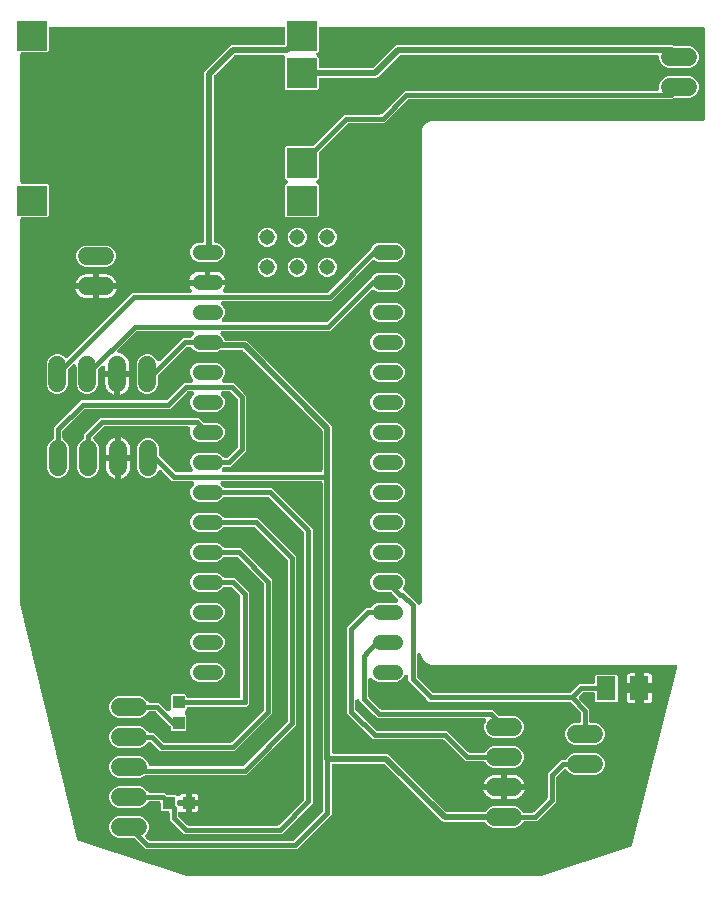
<source format=gbr>
G04 EAGLE Gerber X2 export*
%TF.Part,Single*%
%TF.FileFunction,Copper,L1,Top,Mixed*%
%TF.FilePolarity,Positive*%
%TF.GenerationSoftware,Autodesk,EAGLE,9.1.1*%
%TF.CreationDate,2018-09-05T07:54:37Z*%
G75*
%MOMM*%
%FSLAX34Y34*%
%LPD*%
%AMOC8*
5,1,8,0,0,1.08239X$1,22.5*%
G01*
%ADD10C,1.524000*%
%ADD11R,1.100000X1.000000*%
%ADD12R,1.000000X1.100000*%
%ADD13R,1.600000X2.000000*%
%ADD14R,2.500000X2.500000*%
%ADD15C,1.308000*%
%ADD16C,1.308000*%
%ADD17C,0.508000*%
%ADD18C,0.406400*%
%ADD19C,0.756400*%

G36*
X450237Y171176D02*
X450237Y171176D01*
X450387Y171183D01*
X450445Y171196D01*
X450489Y171201D01*
X450570Y171226D01*
X450710Y171258D01*
X526479Y195612D01*
X526527Y195633D01*
X526578Y195647D01*
X526712Y195714D01*
X526848Y195773D01*
X526891Y195803D01*
X526938Y195827D01*
X527056Y195918D01*
X527179Y196003D01*
X527215Y196041D01*
X527256Y196074D01*
X527354Y196187D01*
X527457Y196294D01*
X527485Y196339D01*
X527519Y196378D01*
X527563Y196456D01*
X527564Y196457D01*
X527566Y196462D01*
X527593Y196508D01*
X527672Y196634D01*
X527691Y196683D01*
X527717Y196729D01*
X527741Y196798D01*
X527749Y196814D01*
X527764Y196866D01*
X527791Y196942D01*
X527817Y197010D01*
X527819Y197025D01*
X527825Y197043D01*
X566264Y347305D01*
X566275Y347374D01*
X566295Y347442D01*
X566305Y347573D01*
X566325Y347703D01*
X566322Y347773D01*
X566327Y347844D01*
X566312Y347974D01*
X566306Y348105D01*
X566289Y348173D01*
X566281Y348243D01*
X566240Y348368D01*
X566208Y348495D01*
X566178Y348559D01*
X566156Y348626D01*
X566091Y348740D01*
X566035Y348859D01*
X565993Y348915D01*
X565958Y348977D01*
X565872Y349076D01*
X565793Y349181D01*
X565741Y349228D01*
X565695Y349282D01*
X565591Y349362D01*
X565493Y349449D01*
X565432Y349485D01*
X565377Y349528D01*
X565259Y349587D01*
X565146Y349653D01*
X565079Y349676D01*
X565016Y349708D01*
X564889Y349742D01*
X564765Y349784D01*
X564696Y349794D01*
X564627Y349812D01*
X564453Y349826D01*
X564366Y349838D01*
X564336Y349836D01*
X564297Y349839D01*
X357979Y349839D01*
X354244Y351386D01*
X351386Y354244D01*
X349727Y358251D01*
X349725Y358255D01*
X349723Y358259D01*
X349630Y358432D01*
X349536Y358606D01*
X349534Y358609D01*
X349531Y358613D01*
X349407Y358762D01*
X349280Y358916D01*
X349277Y358919D01*
X349274Y358922D01*
X349121Y359045D01*
X348967Y359170D01*
X348963Y359172D01*
X348960Y359175D01*
X348785Y359265D01*
X348611Y359357D01*
X348607Y359358D01*
X348603Y359360D01*
X348413Y359415D01*
X348224Y359470D01*
X348220Y359470D01*
X348216Y359472D01*
X348018Y359488D01*
X347823Y359505D01*
X347819Y359504D01*
X347814Y359505D01*
X347617Y359481D01*
X347423Y359460D01*
X347419Y359458D01*
X347415Y359458D01*
X347226Y359396D01*
X347040Y359336D01*
X347036Y359334D01*
X347032Y359333D01*
X346859Y359235D01*
X346688Y359140D01*
X346685Y359137D01*
X346681Y359135D01*
X346532Y359006D01*
X346383Y358878D01*
X346380Y358875D01*
X346376Y358872D01*
X346257Y358718D01*
X346134Y358561D01*
X346132Y358557D01*
X346130Y358554D01*
X346042Y358377D01*
X345954Y358201D01*
X345952Y358197D01*
X345950Y358193D01*
X345899Y358000D01*
X345847Y357813D01*
X345847Y357809D01*
X345846Y357804D01*
X345819Y357474D01*
X345819Y340053D01*
X345821Y340026D01*
X345819Y339999D01*
X345841Y339825D01*
X345859Y339652D01*
X345866Y339626D01*
X345870Y339600D01*
X345925Y339434D01*
X345977Y339267D01*
X345990Y339243D01*
X345998Y339218D01*
X346085Y339067D01*
X346169Y338913D01*
X346186Y338893D01*
X346199Y338869D01*
X346414Y338616D01*
X358878Y326152D01*
X358899Y326135D01*
X358916Y326114D01*
X359054Y326007D01*
X359190Y325897D01*
X359213Y325884D01*
X359235Y325868D01*
X359392Y325790D01*
X359546Y325708D01*
X359571Y325700D01*
X359595Y325688D01*
X359765Y325643D01*
X359931Y325593D01*
X359958Y325591D01*
X359984Y325584D01*
X360315Y325557D01*
X474685Y325557D01*
X474712Y325559D01*
X474739Y325557D01*
X474913Y325579D01*
X475086Y325597D01*
X475111Y325604D01*
X475138Y325608D01*
X475304Y325663D01*
X475471Y325715D01*
X475494Y325728D01*
X475520Y325736D01*
X475671Y325823D01*
X475825Y325907D01*
X475845Y325924D01*
X475869Y325937D01*
X476122Y326152D01*
X483427Y333457D01*
X494744Y333457D01*
X494762Y333459D01*
X494780Y333457D01*
X494962Y333478D01*
X495145Y333497D01*
X495162Y333502D01*
X495179Y333504D01*
X495354Y333561D01*
X495530Y333615D01*
X495545Y333623D01*
X495562Y333629D01*
X495722Y333719D01*
X495884Y333807D01*
X495897Y333818D01*
X495913Y333827D01*
X496052Y333947D01*
X496193Y334064D01*
X496204Y334078D01*
X496218Y334090D01*
X496330Y334235D01*
X496445Y334378D01*
X496453Y334394D01*
X496464Y334408D01*
X496546Y334573D01*
X496631Y334735D01*
X496636Y334752D01*
X496644Y334768D01*
X496691Y334947D01*
X496742Y335122D01*
X496744Y335140D01*
X496748Y335157D01*
X496775Y335488D01*
X496775Y340532D01*
X497668Y341425D01*
X514932Y341425D01*
X515825Y340532D01*
X515825Y319268D01*
X514932Y318375D01*
X497668Y318375D01*
X496775Y319268D01*
X496775Y324312D01*
X496773Y324330D01*
X496775Y324348D01*
X496754Y324530D01*
X496735Y324713D01*
X496730Y324730D01*
X496728Y324747D01*
X496671Y324922D01*
X496617Y325098D01*
X496609Y325113D01*
X496603Y325130D01*
X496513Y325290D01*
X496425Y325452D01*
X496414Y325465D01*
X496405Y325481D01*
X496285Y325620D01*
X496168Y325761D01*
X496154Y325772D01*
X496142Y325786D01*
X495997Y325898D01*
X495854Y326013D01*
X495838Y326021D01*
X495824Y326032D01*
X495659Y326114D01*
X495497Y326199D01*
X495480Y326204D01*
X495464Y326212D01*
X495285Y326259D01*
X495110Y326310D01*
X495092Y326312D01*
X495075Y326316D01*
X494744Y326343D01*
X487215Y326343D01*
X487188Y326341D01*
X487161Y326343D01*
X486987Y326321D01*
X486814Y326303D01*
X486789Y326296D01*
X486762Y326292D01*
X486596Y326237D01*
X486429Y326185D01*
X486406Y326172D01*
X486380Y326164D01*
X486229Y326077D01*
X486075Y325993D01*
X486055Y325976D01*
X486031Y325963D01*
X485778Y325748D01*
X483466Y323436D01*
X483455Y323422D01*
X483441Y323411D01*
X483327Y323267D01*
X483211Y323125D01*
X483203Y323109D01*
X483192Y323095D01*
X483108Y322931D01*
X483023Y322769D01*
X483018Y322752D01*
X483009Y322736D01*
X482960Y322559D01*
X482908Y322383D01*
X482906Y322365D01*
X482901Y322348D01*
X482888Y322165D01*
X482871Y321982D01*
X482873Y321964D01*
X482872Y321947D01*
X482895Y321765D01*
X482915Y321582D01*
X482920Y321565D01*
X482922Y321547D01*
X482981Y321374D01*
X483036Y321198D01*
X483045Y321182D01*
X483051Y321166D01*
X483143Y321006D01*
X483231Y320846D01*
X483243Y320832D01*
X483252Y320817D01*
X483466Y320564D01*
X489078Y314952D01*
X491757Y312273D01*
X491757Y302176D01*
X491759Y302158D01*
X491757Y302140D01*
X491778Y301958D01*
X491797Y301775D01*
X491802Y301758D01*
X491804Y301741D01*
X491861Y301566D01*
X491915Y301390D01*
X491923Y301375D01*
X491929Y301358D01*
X492019Y301198D01*
X492107Y301036D01*
X492118Y301023D01*
X492127Y301007D01*
X492247Y300868D01*
X492364Y300727D01*
X492378Y300716D01*
X492390Y300702D01*
X492535Y300590D01*
X492678Y300475D01*
X492694Y300467D01*
X492708Y300456D01*
X492873Y300374D01*
X493035Y300289D01*
X493052Y300284D01*
X493068Y300276D01*
X493247Y300229D01*
X493422Y300178D01*
X493440Y300176D01*
X493457Y300172D01*
X493788Y300145D01*
X497639Y300145D01*
X501000Y298753D01*
X503573Y296180D01*
X504965Y292819D01*
X504965Y289181D01*
X503573Y285820D01*
X501000Y283247D01*
X497639Y281855D01*
X478761Y281855D01*
X475400Y283247D01*
X472827Y285820D01*
X471435Y289181D01*
X471435Y292819D01*
X472827Y296180D01*
X475400Y298753D01*
X478761Y300145D01*
X482612Y300145D01*
X482630Y300147D01*
X482648Y300145D01*
X482830Y300166D01*
X483013Y300185D01*
X483030Y300190D01*
X483047Y300192D01*
X483222Y300249D01*
X483398Y300303D01*
X483413Y300311D01*
X483430Y300317D01*
X483590Y300407D01*
X483752Y300495D01*
X483765Y300506D01*
X483781Y300515D01*
X483920Y300635D01*
X484061Y300752D01*
X484072Y300766D01*
X484086Y300778D01*
X484198Y300923D01*
X484313Y301066D01*
X484321Y301082D01*
X484332Y301096D01*
X484414Y301261D01*
X484499Y301423D01*
X484504Y301440D01*
X484512Y301456D01*
X484559Y301635D01*
X484610Y301810D01*
X484612Y301828D01*
X484616Y301845D01*
X484643Y302176D01*
X484643Y308485D01*
X484641Y308512D01*
X484643Y308539D01*
X484621Y308713D01*
X484603Y308886D01*
X484596Y308912D01*
X484592Y308938D01*
X484536Y309104D01*
X484485Y309271D01*
X484472Y309295D01*
X484464Y309320D01*
X484377Y309471D01*
X484293Y309625D01*
X484276Y309645D01*
X484263Y309669D01*
X484048Y309922D01*
X476122Y317848D01*
X476101Y317865D01*
X476083Y317886D01*
X475946Y317993D01*
X475810Y318103D01*
X475787Y318116D01*
X475765Y318132D01*
X475608Y318210D01*
X475454Y318292D01*
X475429Y318300D01*
X475405Y318312D01*
X475235Y318357D01*
X475069Y318407D01*
X475042Y318409D01*
X475016Y318416D01*
X474685Y318443D01*
X356527Y318443D01*
X353849Y321121D01*
X353848Y321122D01*
X341384Y333586D01*
X338705Y336265D01*
X338705Y339452D01*
X338705Y339457D01*
X338705Y339461D01*
X338685Y339655D01*
X338665Y339853D01*
X338664Y339857D01*
X338664Y339862D01*
X338606Y340047D01*
X338547Y340238D01*
X338545Y340242D01*
X338544Y340246D01*
X338450Y340418D01*
X338355Y340592D01*
X338353Y340595D01*
X338350Y340599D01*
X338227Y340746D01*
X338098Y340901D01*
X338094Y340904D01*
X338091Y340907D01*
X337937Y341030D01*
X337784Y341153D01*
X337780Y341155D01*
X337777Y341158D01*
X337602Y341248D01*
X337427Y341339D01*
X337422Y341340D01*
X337418Y341342D01*
X337231Y341395D01*
X337040Y341450D01*
X337035Y341451D01*
X337031Y341452D01*
X336838Y341467D01*
X336638Y341483D01*
X336634Y341483D01*
X336630Y341483D01*
X336437Y341460D01*
X336239Y341436D01*
X336234Y341435D01*
X336230Y341434D01*
X336047Y341374D01*
X335856Y341311D01*
X335852Y341309D01*
X335848Y341308D01*
X335679Y341212D01*
X335505Y341114D01*
X335502Y341111D01*
X335498Y341108D01*
X335349Y340979D01*
X335201Y340850D01*
X335198Y340847D01*
X335194Y340844D01*
X335074Y340687D01*
X334954Y340532D01*
X334952Y340528D01*
X334949Y340525D01*
X334797Y340230D01*
X334177Y338732D01*
X331908Y336463D01*
X328944Y335235D01*
X312656Y335235D01*
X309692Y336463D01*
X308024Y338130D01*
X308017Y338136D01*
X308012Y338143D01*
X307862Y338263D01*
X307713Y338386D01*
X307705Y338390D01*
X307698Y338395D01*
X307528Y338484D01*
X307357Y338574D01*
X307348Y338577D01*
X307341Y338581D01*
X307156Y338634D01*
X306971Y338689D01*
X306962Y338690D01*
X306954Y338692D01*
X306763Y338708D01*
X306570Y338725D01*
X306561Y338724D01*
X306552Y338725D01*
X306363Y338703D01*
X306170Y338682D01*
X306161Y338679D01*
X306153Y338678D01*
X305971Y338619D01*
X305786Y338560D01*
X305778Y338556D01*
X305770Y338553D01*
X305603Y338459D01*
X305434Y338366D01*
X305427Y338360D01*
X305419Y338355D01*
X305274Y338230D01*
X305127Y338105D01*
X305121Y338098D01*
X305114Y338092D01*
X304998Y337942D01*
X304877Y337789D01*
X304873Y337781D01*
X304868Y337774D01*
X304782Y337603D01*
X304695Y337430D01*
X304692Y337422D01*
X304688Y337414D01*
X304638Y337228D01*
X304587Y337042D01*
X304586Y337033D01*
X304584Y337025D01*
X304557Y336694D01*
X304557Y323315D01*
X304559Y323288D01*
X304557Y323261D01*
X304579Y323087D01*
X304597Y322914D01*
X304604Y322889D01*
X304608Y322862D01*
X304663Y322696D01*
X304715Y322529D01*
X304728Y322506D01*
X304736Y322480D01*
X304823Y322329D01*
X304907Y322175D01*
X304924Y322155D01*
X304937Y322131D01*
X305152Y321878D01*
X314878Y312152D01*
X314899Y312135D01*
X314917Y312114D01*
X315054Y312007D01*
X315190Y311897D01*
X315213Y311884D01*
X315235Y311868D01*
X315392Y311790D01*
X315546Y311708D01*
X315571Y311700D01*
X315595Y311688D01*
X315765Y311643D01*
X315931Y311593D01*
X315958Y311591D01*
X315984Y311584D01*
X316315Y311557D01*
X410073Y311557D01*
X412751Y308879D01*
X412752Y308878D01*
X414990Y306640D01*
X415011Y306623D01*
X415028Y306602D01*
X415166Y306495D01*
X415302Y306385D01*
X415325Y306372D01*
X415347Y306356D01*
X415504Y306278D01*
X415658Y306196D01*
X415683Y306188D01*
X415707Y306176D01*
X415877Y306131D01*
X416043Y306081D01*
X416070Y306079D01*
X416096Y306072D01*
X416427Y306045D01*
X429139Y306045D01*
X432500Y304653D01*
X435073Y302080D01*
X436465Y298719D01*
X436465Y295081D01*
X435073Y291720D01*
X432500Y289147D01*
X429139Y287755D01*
X410261Y287755D01*
X406900Y289147D01*
X404327Y291720D01*
X402935Y295081D01*
X402935Y298719D01*
X404143Y301635D01*
X404147Y301648D01*
X404153Y301659D01*
X404205Y301839D01*
X404259Y302020D01*
X404261Y302033D01*
X404264Y302046D01*
X404280Y302234D01*
X404298Y302421D01*
X404296Y302434D01*
X404297Y302448D01*
X404275Y302634D01*
X404256Y302821D01*
X404252Y302834D01*
X404250Y302847D01*
X404192Y303027D01*
X404136Y303206D01*
X404130Y303217D01*
X404126Y303230D01*
X404033Y303395D01*
X403943Y303559D01*
X403934Y303569D01*
X403928Y303581D01*
X403805Y303723D01*
X403684Y303867D01*
X403673Y303875D01*
X403664Y303886D01*
X403517Y304000D01*
X403369Y304118D01*
X403357Y304124D01*
X403346Y304132D01*
X403178Y304216D01*
X403011Y304302D01*
X402998Y304306D01*
X402986Y304312D01*
X402803Y304361D01*
X402623Y304412D01*
X402610Y304413D01*
X402597Y304416D01*
X402266Y304443D01*
X312527Y304443D01*
X309848Y307122D01*
X297024Y319946D01*
X297017Y319951D01*
X297012Y319958D01*
X296863Y320078D01*
X296713Y320201D01*
X296705Y320205D01*
X296698Y320211D01*
X296528Y320299D01*
X296357Y320389D01*
X296348Y320392D01*
X296341Y320396D01*
X296156Y320449D01*
X295971Y320504D01*
X295962Y320505D01*
X295954Y320507D01*
X295762Y320523D01*
X295570Y320541D01*
X295561Y320540D01*
X295552Y320540D01*
X295363Y320518D01*
X295170Y320497D01*
X295161Y320494D01*
X295153Y320493D01*
X294971Y320434D01*
X294786Y320376D01*
X294778Y320371D01*
X294770Y320369D01*
X294601Y320274D01*
X294434Y320181D01*
X294427Y320175D01*
X294419Y320171D01*
X294273Y320045D01*
X294127Y319920D01*
X294121Y319913D01*
X294114Y319908D01*
X293997Y319756D01*
X293877Y319604D01*
X293873Y319596D01*
X293868Y319589D01*
X293782Y319417D01*
X293695Y319246D01*
X293692Y319237D01*
X293688Y319229D01*
X293638Y319042D01*
X293587Y318858D01*
X293586Y318849D01*
X293584Y318840D01*
X293557Y318509D01*
X293557Y312315D01*
X293559Y312288D01*
X293557Y312261D01*
X293579Y312087D01*
X293597Y311914D01*
X293604Y311889D01*
X293608Y311862D01*
X293663Y311696D01*
X293715Y311529D01*
X293728Y311506D01*
X293736Y311480D01*
X293823Y311329D01*
X293907Y311175D01*
X293924Y311155D01*
X293937Y311131D01*
X294152Y310878D01*
X310878Y294152D01*
X310899Y294135D01*
X310917Y294114D01*
X311054Y294007D01*
X311190Y293897D01*
X311213Y293884D01*
X311235Y293868D01*
X311392Y293790D01*
X311546Y293708D01*
X311571Y293700D01*
X311595Y293688D01*
X311765Y293643D01*
X311931Y293593D01*
X311958Y293591D01*
X311984Y293584D01*
X312315Y293557D01*
X371473Y293557D01*
X389378Y275652D01*
X389399Y275635D01*
X389417Y275614D01*
X389555Y275507D01*
X389690Y275397D01*
X389713Y275384D01*
X389735Y275368D01*
X389892Y275290D01*
X390046Y275208D01*
X390071Y275200D01*
X390095Y275188D01*
X390265Y275143D01*
X390431Y275093D01*
X390458Y275091D01*
X390484Y275084D01*
X390815Y275057D01*
X402298Y275057D01*
X402320Y275059D01*
X402342Y275057D01*
X402520Y275079D01*
X402698Y275097D01*
X402720Y275103D01*
X402742Y275106D01*
X402912Y275162D01*
X403083Y275215D01*
X403103Y275225D01*
X403124Y275232D01*
X403280Y275321D01*
X403437Y275407D01*
X403455Y275421D01*
X403474Y275432D01*
X403609Y275550D01*
X403747Y275664D01*
X403761Y275682D01*
X403777Y275696D01*
X403887Y275839D01*
X403999Y275978D01*
X404009Y275998D01*
X404023Y276016D01*
X404174Y276311D01*
X404327Y276680D01*
X406900Y279253D01*
X410261Y280645D01*
X429139Y280645D01*
X432500Y279253D01*
X435073Y276680D01*
X436465Y273319D01*
X436465Y269681D01*
X435073Y266320D01*
X432500Y263747D01*
X429139Y262355D01*
X410261Y262355D01*
X406900Y263747D01*
X404327Y266320D01*
X404174Y266689D01*
X404164Y266709D01*
X404157Y266730D01*
X404069Y266886D01*
X403984Y267044D01*
X403970Y267061D01*
X403959Y267081D01*
X403842Y267217D01*
X403728Y267355D01*
X403711Y267369D01*
X403696Y267386D01*
X403555Y267495D01*
X403415Y267608D01*
X403395Y267619D01*
X403378Y267632D01*
X403218Y267712D01*
X403059Y267795D01*
X403037Y267802D01*
X403017Y267812D01*
X402844Y267858D01*
X402672Y267908D01*
X402650Y267910D01*
X402629Y267916D01*
X402298Y267943D01*
X387027Y267943D01*
X369122Y285848D01*
X369101Y285865D01*
X369083Y285886D01*
X368946Y285993D01*
X368810Y286103D01*
X368787Y286116D01*
X368765Y286132D01*
X368608Y286210D01*
X368454Y286292D01*
X368429Y286300D01*
X368405Y286312D01*
X368235Y286357D01*
X368069Y286407D01*
X368042Y286409D01*
X368016Y286416D01*
X367685Y286443D01*
X308527Y286443D01*
X286443Y308527D01*
X286443Y381473D01*
X302627Y397657D01*
X305647Y397657D01*
X305669Y397659D01*
X305691Y397657D01*
X305869Y397679D01*
X306047Y397697D01*
X306069Y397703D01*
X306091Y397706D01*
X306261Y397762D01*
X306432Y397815D01*
X306452Y397825D01*
X306473Y397832D01*
X306629Y397922D01*
X306786Y398007D01*
X306804Y398021D01*
X306823Y398032D01*
X306959Y398150D01*
X307096Y398264D01*
X307110Y398282D01*
X307127Y398296D01*
X307236Y398439D01*
X307348Y398578D01*
X307358Y398598D01*
X307372Y398616D01*
X307374Y398619D01*
X309692Y400937D01*
X312656Y402165D01*
X328201Y402165D01*
X328210Y402166D01*
X328219Y402165D01*
X328411Y402186D01*
X328602Y402205D01*
X328611Y402207D01*
X328619Y402208D01*
X328802Y402266D01*
X328987Y402323D01*
X328995Y402327D01*
X329003Y402330D01*
X329172Y402423D01*
X329341Y402515D01*
X329348Y402520D01*
X329356Y402525D01*
X329503Y402649D01*
X329650Y402772D01*
X329656Y402779D01*
X329663Y402785D01*
X329782Y402936D01*
X329903Y403086D01*
X329907Y403094D01*
X329912Y403101D01*
X330000Y403274D01*
X330088Y403443D01*
X330091Y403452D01*
X330095Y403460D01*
X330147Y403646D01*
X330199Y403830D01*
X330200Y403839D01*
X330203Y403848D01*
X330217Y404041D01*
X330232Y404232D01*
X330231Y404240D01*
X330232Y404249D01*
X330208Y404442D01*
X330185Y404631D01*
X330183Y404640D01*
X330182Y404649D01*
X330120Y404832D01*
X330061Y405014D01*
X330056Y405022D01*
X330053Y405030D01*
X329958Y405196D01*
X329863Y405365D01*
X329857Y405372D01*
X329852Y405379D01*
X329638Y405632D01*
X327126Y408144D01*
X324430Y410840D01*
X324409Y410857D01*
X324391Y410878D01*
X324254Y410985D01*
X324118Y411095D01*
X324095Y411108D01*
X324073Y411124D01*
X323916Y411202D01*
X323762Y411284D01*
X323737Y411292D01*
X323713Y411304D01*
X323543Y411349D01*
X323377Y411399D01*
X323350Y411401D01*
X323324Y411408D01*
X322993Y411435D01*
X312656Y411435D01*
X309692Y412663D01*
X307423Y414932D01*
X306195Y417896D01*
X306195Y421104D01*
X307423Y424068D01*
X309692Y426337D01*
X312656Y427565D01*
X328944Y427565D01*
X331908Y426337D01*
X334177Y424068D01*
X335405Y421104D01*
X335405Y417896D01*
X334247Y415100D01*
X334240Y415078D01*
X334230Y415058D01*
X334182Y414885D01*
X334130Y414714D01*
X334128Y414692D01*
X334122Y414671D01*
X334109Y414491D01*
X334092Y414314D01*
X334094Y414291D01*
X334093Y414269D01*
X334115Y414091D01*
X334134Y413913D01*
X334140Y413892D01*
X334143Y413870D01*
X334200Y413700D01*
X334253Y413529D01*
X334264Y413509D01*
X334271Y413488D01*
X334361Y413333D01*
X334447Y413176D01*
X334461Y413158D01*
X334472Y413139D01*
X334687Y412886D01*
X343140Y404433D01*
X346372Y401201D01*
X346379Y401196D01*
X346384Y401189D01*
X346534Y401068D01*
X346683Y400946D01*
X346691Y400942D01*
X346698Y400936D01*
X346868Y400848D01*
X347039Y400758D01*
X347048Y400755D01*
X347055Y400751D01*
X347240Y400698D01*
X347425Y400643D01*
X347434Y400642D01*
X347442Y400639D01*
X347633Y400624D01*
X347826Y400606D01*
X347835Y400607D01*
X347844Y400607D01*
X348033Y400629D01*
X348226Y400650D01*
X348235Y400652D01*
X348243Y400653D01*
X348425Y400713D01*
X348610Y400771D01*
X348618Y400776D01*
X348626Y400778D01*
X348795Y400873D01*
X348962Y400966D01*
X348969Y400972D01*
X348977Y400976D01*
X349123Y401102D01*
X349269Y401227D01*
X349275Y401234D01*
X349282Y401239D01*
X349399Y401391D01*
X349519Y401542D01*
X349523Y401550D01*
X349528Y401557D01*
X349614Y401730D01*
X349701Y401901D01*
X349704Y401910D01*
X349708Y401918D01*
X349758Y402104D01*
X349809Y402289D01*
X349810Y402298D01*
X349812Y402307D01*
X349839Y402638D01*
X349839Y802021D01*
X351386Y805756D01*
X354244Y808614D01*
X357979Y810161D01*
X587808Y810161D01*
X587826Y810163D01*
X587844Y810161D01*
X588026Y810182D01*
X588209Y810201D01*
X588226Y810206D01*
X588243Y810208D01*
X588418Y810265D01*
X588594Y810319D01*
X588609Y810327D01*
X588626Y810333D01*
X588786Y810423D01*
X588948Y810511D01*
X588961Y810522D01*
X588977Y810531D01*
X589116Y810651D01*
X589257Y810768D01*
X589268Y810782D01*
X589282Y810794D01*
X589394Y810939D01*
X589509Y811082D01*
X589517Y811098D01*
X589528Y811112D01*
X589610Y811277D01*
X589695Y811439D01*
X589700Y811456D01*
X589708Y811472D01*
X589755Y811651D01*
X589806Y811826D01*
X589808Y811844D01*
X589812Y811861D01*
X589839Y812192D01*
X589839Y887808D01*
X589837Y887826D01*
X589839Y887844D01*
X589818Y888026D01*
X589799Y888209D01*
X589794Y888226D01*
X589792Y888243D01*
X589735Y888418D01*
X589681Y888594D01*
X589673Y888609D01*
X589667Y888626D01*
X589577Y888786D01*
X589489Y888948D01*
X589478Y888961D01*
X589469Y888977D01*
X589349Y889116D01*
X589232Y889257D01*
X589218Y889268D01*
X589206Y889282D01*
X589061Y889394D01*
X588918Y889509D01*
X588902Y889517D01*
X588888Y889528D01*
X588723Y889610D01*
X588561Y889695D01*
X588544Y889700D01*
X588528Y889708D01*
X588349Y889755D01*
X588174Y889806D01*
X588156Y889808D01*
X588139Y889812D01*
X587808Y889839D01*
X264606Y889839D01*
X264588Y889837D01*
X264570Y889839D01*
X264388Y889818D01*
X264205Y889799D01*
X264188Y889794D01*
X264171Y889792D01*
X263996Y889735D01*
X263820Y889681D01*
X263805Y889673D01*
X263788Y889667D01*
X263628Y889577D01*
X263466Y889489D01*
X263453Y889478D01*
X263437Y889469D01*
X263298Y889349D01*
X263157Y889232D01*
X263146Y889218D01*
X263132Y889206D01*
X263020Y889061D01*
X262905Y888918D01*
X262897Y888902D01*
X262886Y888888D01*
X262804Y888723D01*
X262719Y888561D01*
X262714Y888544D01*
X262706Y888528D01*
X262659Y888349D01*
X262608Y888174D01*
X262606Y888156D01*
X262602Y888139D01*
X262575Y887808D01*
X262575Y869318D01*
X261268Y868011D01*
X261256Y867997D01*
X261243Y867986D01*
X261129Y867842D01*
X261013Y867700D01*
X261004Y867684D01*
X260993Y867670D01*
X260910Y867506D01*
X260824Y867344D01*
X260819Y867327D01*
X260811Y867311D01*
X260761Y867134D01*
X260709Y866958D01*
X260708Y866940D01*
X260703Y866923D01*
X260689Y866740D01*
X260673Y866557D01*
X260675Y866539D01*
X260673Y866522D01*
X260696Y866340D01*
X260716Y866157D01*
X260722Y866140D01*
X260724Y866122D01*
X260782Y865948D01*
X260838Y865773D01*
X260846Y865757D01*
X260852Y865741D01*
X260944Y865582D01*
X261032Y865421D01*
X261044Y865407D01*
X261053Y865392D01*
X261268Y865139D01*
X262575Y863832D01*
X262575Y856796D01*
X262577Y856778D01*
X262575Y856760D01*
X262596Y856578D01*
X262615Y856395D01*
X262620Y856378D01*
X262622Y856361D01*
X262679Y856186D01*
X262733Y856010D01*
X262741Y855995D01*
X262747Y855978D01*
X262837Y855818D01*
X262925Y855656D01*
X262936Y855643D01*
X262945Y855627D01*
X263065Y855488D01*
X263182Y855347D01*
X263196Y855336D01*
X263208Y855322D01*
X263353Y855210D01*
X263496Y855095D01*
X263512Y855087D01*
X263526Y855076D01*
X263691Y854994D01*
X263853Y854909D01*
X263870Y854904D01*
X263886Y854896D01*
X264065Y854849D01*
X264240Y854798D01*
X264258Y854796D01*
X264275Y854792D01*
X264606Y854765D01*
X308175Y854765D01*
X308202Y854767D01*
X308228Y854765D01*
X308402Y854787D01*
X308576Y854805D01*
X308601Y854812D01*
X308628Y854816D01*
X308793Y854871D01*
X308960Y854923D01*
X308984Y854936D01*
X309009Y854944D01*
X309161Y855031D01*
X309315Y855115D01*
X309335Y855132D01*
X309358Y855145D01*
X309611Y855360D01*
X327698Y873446D01*
X329191Y874065D01*
X562909Y874065D01*
X563791Y873699D01*
X563820Y873690D01*
X563848Y873676D01*
X564013Y873632D01*
X564176Y873583D01*
X564207Y873580D01*
X564237Y873572D01*
X564568Y873545D01*
X577139Y873545D01*
X580500Y872153D01*
X583073Y869580D01*
X584465Y866219D01*
X584465Y862581D01*
X583073Y859220D01*
X580500Y856647D01*
X577812Y855534D01*
X577139Y855255D01*
X558261Y855255D01*
X554900Y856647D01*
X552327Y859220D01*
X550935Y862581D01*
X550935Y863904D01*
X550933Y863922D01*
X550935Y863940D01*
X550914Y864122D01*
X550895Y864305D01*
X550890Y864322D01*
X550888Y864339D01*
X550831Y864514D01*
X550777Y864690D01*
X550769Y864705D01*
X550763Y864722D01*
X550673Y864882D01*
X550585Y865044D01*
X550574Y865057D01*
X550565Y865073D01*
X550445Y865212D01*
X550328Y865353D01*
X550314Y865364D01*
X550302Y865378D01*
X550157Y865490D01*
X550014Y865605D01*
X549998Y865613D01*
X549984Y865624D01*
X549819Y865706D01*
X549657Y865791D01*
X549640Y865796D01*
X549624Y865804D01*
X549445Y865851D01*
X549270Y865902D01*
X549252Y865904D01*
X549235Y865908D01*
X548904Y865935D01*
X332525Y865935D01*
X332498Y865933D01*
X332472Y865935D01*
X332298Y865913D01*
X332124Y865895D01*
X332099Y865888D01*
X332072Y865884D01*
X331907Y865829D01*
X331740Y865777D01*
X331716Y865764D01*
X331691Y865756D01*
X331539Y865669D01*
X331385Y865585D01*
X331365Y865568D01*
X331342Y865555D01*
X331089Y865340D01*
X313002Y847254D01*
X311509Y846635D01*
X264606Y846635D01*
X264588Y846633D01*
X264570Y846635D01*
X264388Y846614D01*
X264205Y846595D01*
X264188Y846590D01*
X264171Y846588D01*
X263996Y846531D01*
X263820Y846477D01*
X263805Y846469D01*
X263788Y846463D01*
X263628Y846373D01*
X263466Y846285D01*
X263453Y846274D01*
X263437Y846265D01*
X263298Y846145D01*
X263157Y846028D01*
X263146Y846014D01*
X263132Y846002D01*
X263020Y845857D01*
X262905Y845714D01*
X262897Y845698D01*
X262886Y845684D01*
X262804Y845519D01*
X262719Y845357D01*
X262714Y845340D01*
X262706Y845324D01*
X262659Y845145D01*
X262608Y844970D01*
X262606Y844952D01*
X262602Y844935D01*
X262575Y844604D01*
X262575Y837568D01*
X261682Y836675D01*
X235418Y836675D01*
X234525Y837568D01*
X234525Y863904D01*
X234523Y863922D01*
X234525Y863940D01*
X234504Y864122D01*
X234485Y864305D01*
X234480Y864322D01*
X234478Y864339D01*
X234421Y864514D01*
X234367Y864690D01*
X234359Y864705D01*
X234353Y864722D01*
X234263Y864882D01*
X234175Y865044D01*
X234164Y865057D01*
X234155Y865073D01*
X234035Y865212D01*
X233918Y865353D01*
X233904Y865364D01*
X233892Y865378D01*
X233747Y865490D01*
X233604Y865605D01*
X233588Y865613D01*
X233574Y865624D01*
X233409Y865706D01*
X233247Y865791D01*
X233230Y865796D01*
X233214Y865804D01*
X233035Y865851D01*
X232860Y865902D01*
X232842Y865904D01*
X232825Y865908D01*
X232494Y865935D01*
X192525Y865935D01*
X192498Y865933D01*
X192472Y865935D01*
X192298Y865913D01*
X192124Y865895D01*
X192099Y865888D01*
X192072Y865884D01*
X191907Y865829D01*
X191740Y865777D01*
X191716Y865764D01*
X191691Y865756D01*
X191539Y865669D01*
X191385Y865585D01*
X191365Y865568D01*
X191342Y865555D01*
X191089Y865340D01*
X174660Y848911D01*
X174643Y848891D01*
X174622Y848873D01*
X174515Y848735D01*
X174405Y848600D01*
X174392Y848576D01*
X174376Y848555D01*
X174298Y848398D01*
X174216Y848244D01*
X174208Y848219D01*
X174196Y848194D01*
X174151Y848025D01*
X174101Y847858D01*
X174099Y847832D01*
X174092Y847806D01*
X174065Y847475D01*
X174065Y708996D01*
X174067Y708978D01*
X174065Y708960D01*
X174086Y708778D01*
X174105Y708595D01*
X174110Y708578D01*
X174112Y708561D01*
X174169Y708386D01*
X174223Y708210D01*
X174231Y708195D01*
X174237Y708178D01*
X174327Y708018D01*
X174415Y707856D01*
X174426Y707843D01*
X174435Y707827D01*
X174555Y707688D01*
X174672Y707547D01*
X174686Y707536D01*
X174698Y707522D01*
X174843Y707410D01*
X174986Y707295D01*
X175002Y707287D01*
X175016Y707276D01*
X175181Y707194D01*
X175343Y707109D01*
X175360Y707104D01*
X175376Y707096D01*
X175555Y707049D01*
X175730Y706998D01*
X175748Y706996D01*
X175765Y706992D01*
X176096Y706965D01*
X176544Y706965D01*
X179508Y705737D01*
X181777Y703468D01*
X183005Y700504D01*
X183005Y697296D01*
X181777Y694332D01*
X179508Y692063D01*
X176544Y690835D01*
X160256Y690835D01*
X157292Y692063D01*
X155023Y694332D01*
X153795Y697296D01*
X153795Y700504D01*
X155023Y703468D01*
X157292Y705737D01*
X160256Y706965D01*
X163904Y706965D01*
X163922Y706967D01*
X163940Y706965D01*
X164122Y706986D01*
X164305Y707005D01*
X164322Y707010D01*
X164339Y707012D01*
X164514Y707069D01*
X164690Y707123D01*
X164705Y707131D01*
X164722Y707137D01*
X164882Y707227D01*
X165044Y707315D01*
X165057Y707326D01*
X165073Y707335D01*
X165212Y707455D01*
X165353Y707572D01*
X165364Y707586D01*
X165378Y707598D01*
X165490Y707743D01*
X165605Y707886D01*
X165613Y707902D01*
X165624Y707916D01*
X165706Y708081D01*
X165791Y708243D01*
X165796Y708260D01*
X165804Y708276D01*
X165851Y708455D01*
X165902Y708630D01*
X165904Y708648D01*
X165908Y708665D01*
X165935Y708996D01*
X165935Y850809D01*
X166554Y852302D01*
X187698Y873446D01*
X189191Y874065D01*
X232494Y874065D01*
X232512Y874067D01*
X232530Y874065D01*
X232712Y874086D01*
X232895Y874105D01*
X232912Y874110D01*
X232929Y874112D01*
X233104Y874169D01*
X233280Y874223D01*
X233295Y874231D01*
X233312Y874237D01*
X233472Y874327D01*
X233634Y874415D01*
X233647Y874426D01*
X233663Y874435D01*
X233802Y874555D01*
X233943Y874672D01*
X233954Y874686D01*
X233968Y874698D01*
X234080Y874843D01*
X234195Y874986D01*
X234203Y875002D01*
X234214Y875016D01*
X234296Y875181D01*
X234381Y875343D01*
X234386Y875360D01*
X234394Y875376D01*
X234441Y875555D01*
X234492Y875730D01*
X234494Y875748D01*
X234498Y875765D01*
X234525Y876096D01*
X234525Y887808D01*
X234523Y887826D01*
X234525Y887844D01*
X234504Y888026D01*
X234485Y888209D01*
X234480Y888226D01*
X234478Y888243D01*
X234421Y888418D01*
X234367Y888594D01*
X234359Y888609D01*
X234353Y888626D01*
X234263Y888786D01*
X234175Y888948D01*
X234164Y888961D01*
X234155Y888977D01*
X234035Y889116D01*
X233918Y889257D01*
X233904Y889268D01*
X233892Y889282D01*
X233747Y889394D01*
X233604Y889509D01*
X233588Y889517D01*
X233574Y889528D01*
X233409Y889610D01*
X233247Y889695D01*
X233230Y889700D01*
X233214Y889708D01*
X233035Y889755D01*
X232860Y889806D01*
X232842Y889808D01*
X232825Y889812D01*
X232494Y889839D01*
X36006Y889839D01*
X35988Y889837D01*
X35970Y889839D01*
X35788Y889818D01*
X35605Y889799D01*
X35588Y889794D01*
X35571Y889792D01*
X35396Y889735D01*
X35220Y889681D01*
X35205Y889673D01*
X35188Y889667D01*
X35028Y889577D01*
X34866Y889489D01*
X34853Y889478D01*
X34837Y889469D01*
X34698Y889349D01*
X34557Y889232D01*
X34546Y889218D01*
X34532Y889206D01*
X34420Y889061D01*
X34305Y888918D01*
X34297Y888902D01*
X34286Y888888D01*
X34204Y888723D01*
X34119Y888561D01*
X34114Y888544D01*
X34106Y888528D01*
X34059Y888349D01*
X34008Y888174D01*
X34006Y888156D01*
X34002Y888139D01*
X33975Y887808D01*
X33975Y869318D01*
X33082Y868425D01*
X12192Y868425D01*
X12174Y868423D01*
X12156Y868425D01*
X11974Y868404D01*
X11791Y868385D01*
X11774Y868380D01*
X11757Y868378D01*
X11582Y868321D01*
X11406Y868267D01*
X11391Y868259D01*
X11374Y868253D01*
X11214Y868163D01*
X11052Y868075D01*
X11039Y868064D01*
X11023Y868055D01*
X10884Y867935D01*
X10743Y867818D01*
X10732Y867804D01*
X10718Y867792D01*
X10606Y867647D01*
X10491Y867504D01*
X10483Y867488D01*
X10472Y867474D01*
X10390Y867309D01*
X10305Y867147D01*
X10300Y867130D01*
X10292Y867114D01*
X10245Y866935D01*
X10194Y866760D01*
X10192Y866742D01*
X10188Y866725D01*
X10161Y866394D01*
X10161Y758806D01*
X10163Y758788D01*
X10161Y758770D01*
X10182Y758588D01*
X10201Y758405D01*
X10206Y758388D01*
X10208Y758371D01*
X10265Y758196D01*
X10319Y758020D01*
X10327Y758005D01*
X10333Y757988D01*
X10423Y757828D01*
X10511Y757666D01*
X10522Y757653D01*
X10531Y757637D01*
X10651Y757498D01*
X10768Y757357D01*
X10782Y757346D01*
X10794Y757332D01*
X10939Y757220D01*
X11082Y757105D01*
X11098Y757097D01*
X11112Y757086D01*
X11277Y757004D01*
X11439Y756919D01*
X11456Y756914D01*
X11472Y756906D01*
X11651Y756859D01*
X11826Y756808D01*
X11844Y756806D01*
X11861Y756802D01*
X12192Y756775D01*
X33082Y756775D01*
X33975Y755882D01*
X33975Y729618D01*
X33082Y728725D01*
X12192Y728725D01*
X12174Y728723D01*
X12156Y728725D01*
X11974Y728704D01*
X11791Y728685D01*
X11774Y728680D01*
X11757Y728678D01*
X11582Y728621D01*
X11406Y728567D01*
X11391Y728559D01*
X11374Y728553D01*
X11214Y728463D01*
X11052Y728375D01*
X11039Y728364D01*
X11023Y728355D01*
X10884Y728235D01*
X10743Y728118D01*
X10732Y728104D01*
X10718Y728092D01*
X10606Y727947D01*
X10491Y727804D01*
X10483Y727788D01*
X10472Y727774D01*
X10390Y727609D01*
X10305Y727447D01*
X10300Y727430D01*
X10292Y727414D01*
X10245Y727235D01*
X10194Y727060D01*
X10192Y727042D01*
X10188Y727025D01*
X10161Y726694D01*
X10161Y401452D01*
X10168Y401377D01*
X10166Y401303D01*
X10192Y401138D01*
X10201Y401051D01*
X10211Y401018D01*
X10218Y400975D01*
X58268Y202047D01*
X58290Y201983D01*
X58304Y201917D01*
X58356Y201793D01*
X58401Y201666D01*
X58435Y201608D01*
X58462Y201546D01*
X58537Y201435D01*
X58606Y201320D01*
X58651Y201270D01*
X58689Y201214D01*
X58786Y201120D01*
X58875Y201021D01*
X58929Y200981D01*
X58978Y200934D01*
X59091Y200861D01*
X59199Y200781D01*
X59260Y200752D01*
X59316Y200715D01*
X59485Y200646D01*
X59563Y200609D01*
X59590Y200603D01*
X59623Y200589D01*
X151284Y171257D01*
X151429Y171226D01*
X151572Y171188D01*
X151633Y171183D01*
X151678Y171173D01*
X151763Y171172D01*
X151903Y171161D01*
X450089Y171161D01*
X450237Y171176D01*
G37*
%LPC*%
G36*
X116227Y193443D02*
X116227Y193443D01*
X107010Y202660D01*
X106989Y202677D01*
X106972Y202698D01*
X106834Y202805D01*
X106698Y202915D01*
X106675Y202928D01*
X106653Y202944D01*
X106497Y203022D01*
X106343Y203104D01*
X106317Y203112D01*
X106293Y203124D01*
X106124Y203169D01*
X105957Y203219D01*
X105930Y203221D01*
X105904Y203228D01*
X105573Y203255D01*
X92861Y203255D01*
X89500Y204647D01*
X86927Y207220D01*
X85535Y210581D01*
X85535Y214219D01*
X86927Y217580D01*
X89500Y220153D01*
X92861Y221545D01*
X111739Y221545D01*
X115100Y220153D01*
X117673Y217580D01*
X119065Y214219D01*
X119065Y210581D01*
X117673Y207220D01*
X116528Y206075D01*
X116516Y206061D01*
X116503Y206050D01*
X116389Y205905D01*
X116273Y205763D01*
X116264Y205748D01*
X116253Y205734D01*
X116170Y205570D01*
X116084Y205408D01*
X116079Y205391D01*
X116071Y205375D01*
X116021Y205197D01*
X115969Y205022D01*
X115968Y205004D01*
X115963Y204987D01*
X115949Y204804D01*
X115933Y204621D01*
X115935Y204603D01*
X115933Y204585D01*
X115956Y204403D01*
X115976Y204221D01*
X115982Y204204D01*
X115984Y204186D01*
X116042Y204012D01*
X116098Y203837D01*
X116106Y203821D01*
X116112Y203804D01*
X116204Y203645D01*
X116292Y203484D01*
X116304Y203471D01*
X116313Y203455D01*
X116528Y203202D01*
X118578Y201152D01*
X118599Y201135D01*
X118617Y201114D01*
X118754Y201008D01*
X118890Y200897D01*
X118914Y200884D01*
X118935Y200868D01*
X119091Y200790D01*
X119246Y200708D01*
X119271Y200700D01*
X119295Y200688D01*
X119464Y200643D01*
X119631Y200593D01*
X119658Y200591D01*
X119684Y200584D01*
X120015Y200557D01*
X240685Y200557D01*
X240712Y200559D01*
X240739Y200557D01*
X240913Y200579D01*
X241086Y200597D01*
X241111Y200604D01*
X241138Y200608D01*
X241304Y200663D01*
X241471Y200715D01*
X241494Y200728D01*
X241520Y200736D01*
X241671Y200823D01*
X241825Y200907D01*
X241845Y200924D01*
X241869Y200937D01*
X242122Y201152D01*
X265848Y224878D01*
X265865Y224899D01*
X265886Y224917D01*
X265993Y225054D01*
X266103Y225190D01*
X266116Y225213D01*
X266132Y225235D01*
X266210Y225392D01*
X266292Y225546D01*
X266300Y225571D01*
X266312Y225595D01*
X266357Y225765D01*
X266407Y225931D01*
X266409Y225958D01*
X266416Y225984D01*
X266443Y226315D01*
X266443Y267561D01*
X266440Y267592D01*
X266442Y267623D01*
X266420Y267793D01*
X266403Y267962D01*
X266394Y267991D01*
X266390Y268022D01*
X266289Y268338D01*
X265935Y269191D01*
X265935Y503412D01*
X265933Y503430D01*
X265935Y503448D01*
X265914Y503630D01*
X265895Y503813D01*
X265890Y503830D01*
X265888Y503847D01*
X265831Y504022D01*
X265777Y504198D01*
X265769Y504213D01*
X265763Y504230D01*
X265673Y504390D01*
X265585Y504552D01*
X265574Y504565D01*
X265565Y504581D01*
X265445Y504720D01*
X265328Y504861D01*
X265314Y504872D01*
X265302Y504886D01*
X265157Y504998D01*
X265014Y505113D01*
X264998Y505121D01*
X264984Y505132D01*
X264819Y505214D01*
X264657Y505299D01*
X264640Y505304D01*
X264624Y505312D01*
X264445Y505359D01*
X264270Y505410D01*
X264252Y505412D01*
X264235Y505416D01*
X263904Y505443D01*
X181506Y505443D01*
X181497Y505442D01*
X181488Y505443D01*
X181296Y505422D01*
X181105Y505403D01*
X181097Y505401D01*
X181088Y505400D01*
X180905Y505342D01*
X180720Y505285D01*
X180712Y505281D01*
X180704Y505278D01*
X180536Y505185D01*
X180366Y505093D01*
X180359Y505088D01*
X180352Y505083D01*
X180204Y504958D01*
X180057Y504836D01*
X180051Y504829D01*
X180045Y504823D01*
X179925Y504671D01*
X179805Y504522D01*
X179801Y504514D01*
X179795Y504507D01*
X179708Y504335D01*
X179619Y504165D01*
X179617Y504156D01*
X179613Y504148D01*
X179561Y503962D01*
X179508Y503778D01*
X179507Y503769D01*
X179505Y503760D01*
X179491Y503568D01*
X179475Y503376D01*
X179476Y503368D01*
X179475Y503359D01*
X179500Y503166D01*
X179522Y502977D01*
X179525Y502968D01*
X179526Y502959D01*
X179587Y502776D01*
X179647Y502594D01*
X179651Y502586D01*
X179654Y502578D01*
X179749Y502412D01*
X179845Y502243D01*
X179850Y502236D01*
X179855Y502229D01*
X180070Y501976D01*
X181840Y500205D01*
X181867Y500156D01*
X181881Y500139D01*
X181892Y500119D01*
X182009Y499983D01*
X182123Y499846D01*
X182140Y499831D01*
X182155Y499814D01*
X182296Y499705D01*
X182436Y499592D01*
X182455Y499581D01*
X182473Y499568D01*
X182633Y499488D01*
X182792Y499405D01*
X182814Y499398D01*
X182834Y499388D01*
X183007Y499342D01*
X183178Y499292D01*
X183201Y499290D01*
X183222Y499284D01*
X183553Y499257D01*
X222773Y499257D01*
X253378Y468652D01*
X257557Y464473D01*
X257557Y232527D01*
X231473Y206443D01*
X148527Y206443D01*
X136443Y218527D01*
X136443Y224144D01*
X136441Y224162D01*
X136443Y224180D01*
X136422Y224362D01*
X136403Y224545D01*
X136398Y224562D01*
X136396Y224579D01*
X136339Y224754D01*
X136285Y224930D01*
X136277Y224945D01*
X136271Y224962D01*
X136181Y225122D01*
X136093Y225284D01*
X136082Y225297D01*
X136073Y225313D01*
X135953Y225452D01*
X135836Y225593D01*
X135822Y225604D01*
X135810Y225618D01*
X135665Y225730D01*
X135522Y225845D01*
X135506Y225853D01*
X135492Y225864D01*
X135327Y225946D01*
X135165Y226031D01*
X135148Y226036D01*
X135132Y226044D01*
X134953Y226091D01*
X134778Y226142D01*
X134760Y226144D01*
X134743Y226148D01*
X134412Y226175D01*
X129768Y226175D01*
X128875Y227068D01*
X128875Y232212D01*
X128873Y232230D01*
X128875Y232248D01*
X128854Y232430D01*
X128835Y232613D01*
X128830Y232630D01*
X128828Y232647D01*
X128771Y232822D01*
X128717Y232998D01*
X128709Y233013D01*
X128703Y233030D01*
X128613Y233190D01*
X128525Y233352D01*
X128514Y233365D01*
X128505Y233381D01*
X128385Y233520D01*
X128268Y233661D01*
X128254Y233672D01*
X128242Y233686D01*
X128097Y233798D01*
X127954Y233913D01*
X127938Y233921D01*
X127924Y233932D01*
X127759Y234014D01*
X127597Y234099D01*
X127580Y234104D01*
X127564Y234112D01*
X127385Y234159D01*
X127210Y234210D01*
X127192Y234212D01*
X127175Y234216D01*
X126844Y234243D01*
X119702Y234243D01*
X119680Y234241D01*
X119658Y234243D01*
X119480Y234221D01*
X119302Y234203D01*
X119280Y234197D01*
X119258Y234194D01*
X119088Y234138D01*
X118917Y234085D01*
X118897Y234075D01*
X118876Y234068D01*
X118720Y233979D01*
X118563Y233893D01*
X118545Y233879D01*
X118526Y233868D01*
X118391Y233750D01*
X118253Y233636D01*
X118239Y233618D01*
X118223Y233604D01*
X118113Y233461D01*
X118001Y233322D01*
X117991Y233302D01*
X117977Y233284D01*
X117826Y232989D01*
X117673Y232620D01*
X115100Y230047D01*
X114766Y229909D01*
X111739Y228655D01*
X92861Y228655D01*
X89500Y230047D01*
X86927Y232620D01*
X85535Y235981D01*
X85535Y239619D01*
X86927Y242980D01*
X89500Y245553D01*
X91727Y246475D01*
X92861Y246945D01*
X111739Y246945D01*
X115100Y245553D01*
X117673Y242980D01*
X117826Y242611D01*
X117836Y242591D01*
X117843Y242570D01*
X117931Y242414D01*
X118016Y242256D01*
X118030Y242239D01*
X118041Y242219D01*
X118158Y242083D01*
X118272Y241945D01*
X118289Y241931D01*
X118304Y241914D01*
X118445Y241805D01*
X118585Y241692D01*
X118605Y241681D01*
X118622Y241668D01*
X118782Y241588D01*
X118941Y241505D01*
X118963Y241498D01*
X118983Y241488D01*
X119156Y241442D01*
X119328Y241392D01*
X119350Y241390D01*
X119371Y241384D01*
X119702Y241357D01*
X132273Y241357D01*
X133810Y239820D01*
X133831Y239803D01*
X133849Y239782D01*
X133986Y239675D01*
X134122Y239565D01*
X134145Y239552D01*
X134167Y239536D01*
X134324Y239458D01*
X134478Y239376D01*
X134503Y239368D01*
X134527Y239356D01*
X134697Y239311D01*
X134863Y239261D01*
X134890Y239259D01*
X134916Y239252D01*
X135247Y239225D01*
X142032Y239225D01*
X142261Y238995D01*
X142325Y238943D01*
X142382Y238884D01*
X142480Y238816D01*
X142573Y238740D01*
X142645Y238701D01*
X142713Y238655D01*
X142823Y238607D01*
X142929Y238551D01*
X143007Y238528D01*
X143083Y238495D01*
X143200Y238471D01*
X143314Y238437D01*
X143397Y238429D01*
X143477Y238412D01*
X143596Y238411D01*
X143715Y238400D01*
X143797Y238409D01*
X143880Y238408D01*
X143997Y238431D01*
X144116Y238444D01*
X144194Y238468D01*
X144275Y238484D01*
X144386Y238529D01*
X144500Y238565D01*
X144572Y238605D01*
X144648Y238636D01*
X144747Y238702D01*
X144852Y238760D01*
X144915Y238813D01*
X144983Y238859D01*
X145068Y238943D01*
X145159Y239020D01*
X145210Y239085D01*
X145268Y239143D01*
X145309Y239202D01*
X145840Y239733D01*
X146419Y240068D01*
X147065Y240241D01*
X150401Y240241D01*
X150401Y235199D01*
X144956Y235199D01*
X144938Y235197D01*
X144920Y235199D01*
X144738Y235178D01*
X144555Y235159D01*
X144538Y235154D01*
X144521Y235152D01*
X144346Y235095D01*
X144170Y235041D01*
X144155Y235033D01*
X144138Y235027D01*
X143978Y234937D01*
X143816Y234849D01*
X143803Y234838D01*
X143787Y234829D01*
X143648Y234709D01*
X143507Y234592D01*
X143496Y234578D01*
X143482Y234566D01*
X143370Y234421D01*
X143255Y234278D01*
X143247Y234262D01*
X143236Y234248D01*
X143154Y234083D01*
X143069Y233921D01*
X143064Y233904D01*
X143056Y233888D01*
X143009Y233709D01*
X142958Y233534D01*
X142956Y233516D01*
X142952Y233499D01*
X142925Y233168D01*
X142925Y232232D01*
X142927Y232214D01*
X142925Y232196D01*
X142946Y232014D01*
X142965Y231831D01*
X142970Y231814D01*
X142972Y231797D01*
X143029Y231622D01*
X143083Y231446D01*
X143091Y231431D01*
X143097Y231414D01*
X143187Y231254D01*
X143275Y231092D01*
X143286Y231079D01*
X143295Y231063D01*
X143415Y230924D01*
X143532Y230783D01*
X143546Y230772D01*
X143558Y230758D01*
X143703Y230646D01*
X143846Y230531D01*
X143862Y230523D01*
X143876Y230512D01*
X144041Y230430D01*
X144203Y230345D01*
X144220Y230340D01*
X144236Y230332D01*
X144415Y230284D01*
X144590Y230234D01*
X144608Y230232D01*
X144625Y230228D01*
X144956Y230201D01*
X150401Y230201D01*
X150401Y225159D01*
X147065Y225159D01*
X146341Y225353D01*
X146341Y225354D01*
X146288Y225369D01*
X146237Y225392D01*
X146094Y225424D01*
X145954Y225465D01*
X145899Y225469D01*
X145845Y225482D01*
X145698Y225486D01*
X145552Y225498D01*
X145498Y225491D01*
X145442Y225493D01*
X145298Y225468D01*
X145153Y225451D01*
X145100Y225434D01*
X145046Y225424D01*
X144909Y225371D01*
X144770Y225326D01*
X144722Y225299D01*
X144670Y225279D01*
X144547Y225200D01*
X144419Y225128D01*
X144377Y225092D01*
X144331Y225062D01*
X144225Y224961D01*
X144114Y224865D01*
X144081Y224821D01*
X144041Y224783D01*
X143957Y224663D01*
X143868Y224547D01*
X143843Y224497D01*
X143812Y224452D01*
X143754Y224318D01*
X143688Y224186D01*
X143674Y224133D01*
X143652Y224082D01*
X143622Y223939D01*
X143584Y223798D01*
X143579Y223735D01*
X143569Y223688D01*
X143568Y223605D01*
X143557Y223467D01*
X143557Y222315D01*
X143559Y222288D01*
X143557Y222261D01*
X143579Y222087D01*
X143597Y221914D01*
X143604Y221889D01*
X143608Y221862D01*
X143663Y221696D01*
X143715Y221529D01*
X143728Y221506D01*
X143736Y221480D01*
X143823Y221329D01*
X143907Y221175D01*
X143924Y221155D01*
X143937Y221131D01*
X144152Y220878D01*
X150878Y214152D01*
X150899Y214135D01*
X150917Y214114D01*
X151054Y214007D01*
X151190Y213897D01*
X151213Y213884D01*
X151235Y213868D01*
X151392Y213790D01*
X151546Y213708D01*
X151571Y213700D01*
X151595Y213688D01*
X151765Y213643D01*
X151931Y213593D01*
X151958Y213591D01*
X151984Y213584D01*
X152315Y213557D01*
X227685Y213557D01*
X227712Y213559D01*
X227739Y213557D01*
X227913Y213579D01*
X228086Y213597D01*
X228111Y213604D01*
X228138Y213608D01*
X228304Y213663D01*
X228471Y213715D01*
X228494Y213728D01*
X228520Y213736D01*
X228671Y213823D01*
X228825Y213907D01*
X228845Y213924D01*
X228869Y213937D01*
X229122Y214152D01*
X249848Y234878D01*
X249865Y234899D01*
X249886Y234917D01*
X249993Y235054D01*
X250103Y235190D01*
X250116Y235213D01*
X250132Y235235D01*
X250210Y235392D01*
X250292Y235546D01*
X250300Y235571D01*
X250312Y235595D01*
X250357Y235765D01*
X250407Y235931D01*
X250409Y235958D01*
X250416Y235984D01*
X250443Y236315D01*
X250443Y460685D01*
X250441Y460712D01*
X250443Y460739D01*
X250421Y460913D01*
X250403Y461086D01*
X250396Y461111D01*
X250392Y461138D01*
X250337Y461304D01*
X250285Y461471D01*
X250272Y461494D01*
X250264Y461520D01*
X250177Y461671D01*
X250093Y461825D01*
X250076Y461845D01*
X250063Y461869D01*
X249848Y462122D01*
X248349Y463621D01*
X248348Y463622D01*
X220422Y491548D01*
X220401Y491565D01*
X220383Y491586D01*
X220246Y491693D01*
X220110Y491803D01*
X220087Y491816D01*
X220065Y491832D01*
X219908Y491910D01*
X219754Y491992D01*
X219729Y492000D01*
X219705Y492012D01*
X219535Y492057D01*
X219369Y492107D01*
X219342Y492109D01*
X219316Y492116D01*
X218985Y492143D01*
X183553Y492143D01*
X183531Y492141D01*
X183509Y492143D01*
X183331Y492121D01*
X183153Y492103D01*
X183131Y492097D01*
X183109Y492094D01*
X182939Y492038D01*
X182768Y491985D01*
X182748Y491975D01*
X182727Y491968D01*
X182571Y491878D01*
X182414Y491793D01*
X182396Y491779D01*
X182377Y491768D01*
X182241Y491650D01*
X182104Y491536D01*
X182090Y491518D01*
X182073Y491504D01*
X181964Y491361D01*
X181852Y491222D01*
X181842Y491202D01*
X181828Y491184D01*
X181826Y491181D01*
X179508Y488863D01*
X176544Y487635D01*
X160256Y487635D01*
X157292Y488863D01*
X155023Y491132D01*
X153795Y494096D01*
X153795Y497304D01*
X155023Y500268D01*
X156730Y501976D01*
X156736Y501983D01*
X156743Y501988D01*
X156863Y502138D01*
X156986Y502287D01*
X156990Y502295D01*
X156995Y502302D01*
X157084Y502472D01*
X157174Y502643D01*
X157177Y502652D01*
X157181Y502659D01*
X157234Y502844D01*
X157289Y503029D01*
X157290Y503038D01*
X157292Y503046D01*
X157308Y503237D01*
X157325Y503430D01*
X157324Y503439D01*
X157325Y503448D01*
X157303Y503637D01*
X157282Y503830D01*
X157279Y503839D01*
X157278Y503847D01*
X157219Y504029D01*
X157160Y504214D01*
X157156Y504222D01*
X157153Y504230D01*
X157059Y504397D01*
X156966Y504566D01*
X156960Y504573D01*
X156955Y504581D01*
X156830Y504726D01*
X156705Y504873D01*
X156698Y504879D01*
X156692Y504886D01*
X156542Y505002D01*
X156389Y505123D01*
X156381Y505127D01*
X156374Y505132D01*
X156203Y505218D01*
X156030Y505305D01*
X156022Y505308D01*
X156014Y505312D01*
X155828Y505362D01*
X155642Y505413D01*
X155633Y505414D01*
X155625Y505416D01*
X155294Y505443D01*
X138627Y505443D01*
X129965Y514105D01*
X129954Y514114D01*
X129946Y514124D01*
X129798Y514242D01*
X129653Y514360D01*
X129641Y514367D01*
X129631Y514375D01*
X129462Y514462D01*
X129297Y514549D01*
X129285Y514553D01*
X129273Y514559D01*
X129091Y514610D01*
X128911Y514664D01*
X128898Y514665D01*
X128885Y514669D01*
X128700Y514683D01*
X128511Y514700D01*
X128497Y514699D01*
X128484Y514700D01*
X128299Y514677D01*
X128110Y514657D01*
X128097Y514653D01*
X128084Y514651D01*
X127907Y514592D01*
X127726Y514535D01*
X127715Y514529D01*
X127702Y514525D01*
X127539Y514432D01*
X127374Y514341D01*
X127364Y514332D01*
X127352Y514325D01*
X127211Y514202D01*
X127067Y514080D01*
X127059Y514069D01*
X127049Y514061D01*
X126934Y513912D01*
X126817Y513764D01*
X126811Y513752D01*
X126803Y513742D01*
X126652Y513446D01*
X126053Y512000D01*
X123480Y509427D01*
X120119Y508035D01*
X116481Y508035D01*
X113120Y509427D01*
X110547Y512000D01*
X109155Y515361D01*
X109155Y534239D01*
X110547Y537600D01*
X113120Y540173D01*
X116481Y541565D01*
X120119Y541565D01*
X123480Y540173D01*
X126053Y537600D01*
X127445Y534239D01*
X127445Y527527D01*
X127447Y527500D01*
X127445Y527473D01*
X127467Y527299D01*
X127485Y527126D01*
X127492Y527101D01*
X127496Y527074D01*
X127551Y526908D01*
X127603Y526741D01*
X127616Y526718D01*
X127624Y526692D01*
X127711Y526541D01*
X127795Y526387D01*
X127812Y526367D01*
X127825Y526343D01*
X128040Y526090D01*
X140978Y513152D01*
X140999Y513135D01*
X141017Y513114D01*
X141154Y513007D01*
X141290Y512897D01*
X141313Y512884D01*
X141335Y512868D01*
X141492Y512790D01*
X141646Y512708D01*
X141671Y512700D01*
X141695Y512688D01*
X141865Y512643D01*
X142031Y512593D01*
X142058Y512591D01*
X142084Y512584D01*
X142415Y512557D01*
X154094Y512557D01*
X154103Y512558D01*
X154112Y512557D01*
X154304Y512578D01*
X154495Y512597D01*
X154503Y512599D01*
X154512Y512600D01*
X154696Y512658D01*
X154880Y512715D01*
X154888Y512719D01*
X154896Y512722D01*
X155065Y512815D01*
X155234Y512907D01*
X155241Y512912D01*
X155248Y512917D01*
X155396Y513042D01*
X155543Y513164D01*
X155549Y513171D01*
X155555Y513177D01*
X155676Y513329D01*
X155795Y513478D01*
X155799Y513486D01*
X155805Y513493D01*
X155893Y513666D01*
X155981Y513835D01*
X155983Y513844D01*
X155987Y513852D01*
X156039Y514037D01*
X156092Y514222D01*
X156093Y514231D01*
X156095Y514240D01*
X156109Y514432D01*
X156125Y514624D01*
X156124Y514632D01*
X156125Y514641D01*
X156101Y514833D01*
X156078Y515023D01*
X156075Y515032D01*
X156074Y515041D01*
X156013Y515223D01*
X155953Y515406D01*
X155949Y515414D01*
X155946Y515422D01*
X155850Y515590D01*
X155755Y515757D01*
X155750Y515764D01*
X155745Y515771D01*
X155530Y516024D01*
X155023Y516532D01*
X153795Y519496D01*
X153795Y522704D01*
X155023Y525668D01*
X157292Y527937D01*
X160256Y529165D01*
X176544Y529165D01*
X179508Y527937D01*
X181840Y525605D01*
X181867Y525556D01*
X181881Y525539D01*
X181892Y525519D01*
X182009Y525383D01*
X182123Y525246D01*
X182140Y525231D01*
X182155Y525214D01*
X182296Y525105D01*
X182436Y524992D01*
X182455Y524981D01*
X182473Y524968D01*
X182633Y524888D01*
X182792Y524805D01*
X182814Y524798D01*
X182834Y524788D01*
X183007Y524742D01*
X183178Y524692D01*
X183201Y524690D01*
X183222Y524684D01*
X183553Y524657D01*
X184785Y524657D01*
X184812Y524659D01*
X184839Y524657D01*
X185013Y524679D01*
X185186Y524697D01*
X185211Y524704D01*
X185238Y524708D01*
X185404Y524763D01*
X185571Y524815D01*
X185594Y524828D01*
X185620Y524836D01*
X185771Y524923D01*
X185925Y525007D01*
X185945Y525024D01*
X185969Y525037D01*
X186222Y525252D01*
X193848Y532878D01*
X193865Y532899D01*
X193886Y532917D01*
X193993Y533054D01*
X194103Y533190D01*
X194116Y533213D01*
X194132Y533235D01*
X194210Y533392D01*
X194292Y533546D01*
X194300Y533571D01*
X194312Y533595D01*
X194357Y533765D01*
X194407Y533931D01*
X194409Y533958D01*
X194416Y533984D01*
X194443Y534315D01*
X194443Y573685D01*
X194441Y573712D01*
X194443Y573739D01*
X194421Y573913D01*
X194403Y574086D01*
X194396Y574111D01*
X194392Y574138D01*
X194337Y574304D01*
X194285Y574471D01*
X194272Y574495D01*
X194264Y574520D01*
X194177Y574671D01*
X194093Y574825D01*
X194076Y574845D01*
X194063Y574869D01*
X193848Y575122D01*
X188122Y580848D01*
X188101Y580865D01*
X188084Y580886D01*
X187946Y580993D01*
X187810Y581103D01*
X187787Y581116D01*
X187765Y581132D01*
X187609Y581210D01*
X187455Y581292D01*
X187429Y581300D01*
X187405Y581312D01*
X187236Y581357D01*
X187069Y581407D01*
X187042Y581409D01*
X187016Y581416D01*
X186685Y581443D01*
X181706Y581443D01*
X181697Y581442D01*
X181688Y581443D01*
X181496Y581422D01*
X181305Y581403D01*
X181297Y581401D01*
X181288Y581400D01*
X181105Y581342D01*
X180920Y581285D01*
X180912Y581281D01*
X180904Y581278D01*
X180736Y581185D01*
X180566Y581093D01*
X180559Y581088D01*
X180552Y581083D01*
X180404Y580958D01*
X180257Y580836D01*
X180251Y580829D01*
X180245Y580823D01*
X180125Y580671D01*
X180005Y580522D01*
X180001Y580514D01*
X179995Y580507D01*
X179908Y580335D01*
X179819Y580165D01*
X179817Y580156D01*
X179813Y580148D01*
X179760Y579959D01*
X179708Y579778D01*
X179707Y579769D01*
X179705Y579760D01*
X179691Y579568D01*
X179675Y579376D01*
X179676Y579368D01*
X179675Y579359D01*
X179700Y579166D01*
X179722Y578977D01*
X179725Y578968D01*
X179726Y578959D01*
X179787Y578776D01*
X179847Y578594D01*
X179851Y578586D01*
X179854Y578578D01*
X179949Y578412D01*
X180045Y578243D01*
X180050Y578236D01*
X180055Y578229D01*
X180270Y577976D01*
X181777Y576468D01*
X183005Y573504D01*
X183005Y570296D01*
X181777Y567332D01*
X179508Y565063D01*
X176544Y563835D01*
X160256Y563835D01*
X157292Y565063D01*
X155023Y567332D01*
X153795Y570296D01*
X153795Y573504D01*
X155023Y576468D01*
X156530Y577976D01*
X156536Y577983D01*
X156543Y577988D01*
X156663Y578138D01*
X156786Y578287D01*
X156790Y578295D01*
X156795Y578302D01*
X156884Y578472D01*
X156974Y578643D01*
X156977Y578652D01*
X156981Y578659D01*
X157034Y578844D01*
X157089Y579029D01*
X157090Y579038D01*
X157092Y579046D01*
X157108Y579237D01*
X157125Y579430D01*
X157124Y579439D01*
X157125Y579448D01*
X157103Y579637D01*
X157082Y579830D01*
X157079Y579839D01*
X157078Y579847D01*
X157019Y580029D01*
X156960Y580214D01*
X156956Y580222D01*
X156953Y580230D01*
X156859Y580397D01*
X156766Y580566D01*
X156760Y580573D01*
X156755Y580581D01*
X156630Y580726D01*
X156505Y580873D01*
X156498Y580879D01*
X156492Y580886D01*
X156342Y581002D01*
X156189Y581123D01*
X156181Y581127D01*
X156174Y581132D01*
X156003Y581218D01*
X155830Y581305D01*
X155822Y581308D01*
X155814Y581312D01*
X155628Y581362D01*
X155442Y581413D01*
X155433Y581414D01*
X155425Y581416D01*
X155094Y581443D01*
X152315Y581443D01*
X152288Y581441D01*
X152261Y581443D01*
X152087Y581421D01*
X151914Y581403D01*
X151888Y581396D01*
X151862Y581392D01*
X151696Y581336D01*
X151529Y581285D01*
X151505Y581272D01*
X151480Y581264D01*
X151329Y581177D01*
X151175Y581093D01*
X151155Y581076D01*
X151131Y581063D01*
X150878Y580848D01*
X136473Y566443D01*
X65315Y566443D01*
X65288Y566441D01*
X65261Y566443D01*
X65087Y566421D01*
X64914Y566403D01*
X64889Y566396D01*
X64862Y566392D01*
X64696Y566337D01*
X64529Y566285D01*
X64506Y566272D01*
X64480Y566264D01*
X64329Y566177D01*
X64175Y566093D01*
X64155Y566076D01*
X64131Y566063D01*
X63878Y565848D01*
X46252Y548222D01*
X46235Y548201D01*
X46214Y548183D01*
X46107Y548046D01*
X45997Y547910D01*
X45984Y547887D01*
X45968Y547865D01*
X45890Y547708D01*
X45808Y547554D01*
X45800Y547529D01*
X45788Y547505D01*
X45743Y547335D01*
X45693Y547169D01*
X45691Y547142D01*
X45684Y547116D01*
X45657Y546785D01*
X45657Y542202D01*
X45659Y542180D01*
X45657Y542158D01*
X45679Y541980D01*
X45697Y541802D01*
X45703Y541780D01*
X45706Y541758D01*
X45762Y541588D01*
X45815Y541417D01*
X45825Y541397D01*
X45832Y541376D01*
X45922Y541219D01*
X46007Y541063D01*
X46021Y541045D01*
X46032Y541026D01*
X46150Y540891D01*
X46264Y540753D01*
X46282Y540739D01*
X46296Y540723D01*
X46439Y540613D01*
X46578Y540501D01*
X46598Y540491D01*
X46616Y540477D01*
X46911Y540326D01*
X47280Y540173D01*
X49853Y537600D01*
X51245Y534239D01*
X51245Y515361D01*
X49853Y512000D01*
X47280Y509427D01*
X43919Y508035D01*
X40281Y508035D01*
X36920Y509427D01*
X34347Y512000D01*
X32955Y515361D01*
X32955Y534239D01*
X34347Y537600D01*
X36920Y540173D01*
X37289Y540326D01*
X37309Y540336D01*
X37330Y540343D01*
X37486Y540431D01*
X37644Y540516D01*
X37661Y540530D01*
X37681Y540541D01*
X37817Y540658D01*
X37955Y540772D01*
X37969Y540789D01*
X37986Y540804D01*
X38095Y540945D01*
X38208Y541085D01*
X38219Y541105D01*
X38232Y541122D01*
X38312Y541282D01*
X38395Y541441D01*
X38402Y541463D01*
X38412Y541483D01*
X38458Y541656D01*
X38508Y541828D01*
X38510Y541850D01*
X38516Y541871D01*
X38543Y542202D01*
X38543Y550573D01*
X61527Y573557D01*
X132685Y573557D01*
X132712Y573559D01*
X132739Y573557D01*
X132913Y573579D01*
X133086Y573597D01*
X133111Y573604D01*
X133138Y573608D01*
X133304Y573663D01*
X133471Y573715D01*
X133494Y573728D01*
X133520Y573736D01*
X133671Y573823D01*
X133825Y573907D01*
X133845Y573924D01*
X133869Y573937D01*
X134122Y574152D01*
X145848Y585878D01*
X148527Y588557D01*
X154294Y588557D01*
X154303Y588558D01*
X154312Y588557D01*
X154504Y588578D01*
X154695Y588597D01*
X154703Y588599D01*
X154712Y588600D01*
X154895Y588658D01*
X155080Y588715D01*
X155088Y588719D01*
X155096Y588722D01*
X155264Y588815D01*
X155434Y588907D01*
X155441Y588912D01*
X155448Y588917D01*
X155596Y589042D01*
X155743Y589164D01*
X155749Y589171D01*
X155755Y589177D01*
X155876Y589329D01*
X155995Y589478D01*
X155999Y589486D01*
X156005Y589493D01*
X156093Y589666D01*
X156181Y589835D01*
X156183Y589844D01*
X156187Y589852D01*
X156239Y590037D01*
X156292Y590222D01*
X156293Y590231D01*
X156295Y590240D01*
X156309Y590432D01*
X156325Y590624D01*
X156324Y590632D01*
X156325Y590641D01*
X156301Y590832D01*
X156278Y591023D01*
X156275Y591032D01*
X156274Y591041D01*
X156213Y591222D01*
X156153Y591406D01*
X156149Y591414D01*
X156146Y591422D01*
X156050Y591590D01*
X155955Y591757D01*
X155950Y591764D01*
X155945Y591771D01*
X155730Y592024D01*
X155023Y592732D01*
X153795Y595696D01*
X153795Y598904D01*
X155023Y601868D01*
X157292Y604137D01*
X160256Y605365D01*
X176544Y605365D01*
X179508Y604137D01*
X181777Y601868D01*
X183005Y598904D01*
X183005Y595696D01*
X181777Y592732D01*
X181070Y592024D01*
X181064Y592017D01*
X181057Y592012D01*
X180937Y591863D01*
X180814Y591713D01*
X180810Y591705D01*
X180805Y591698D01*
X180716Y591528D01*
X180626Y591357D01*
X180623Y591348D01*
X180619Y591341D01*
X180566Y591156D01*
X180511Y590971D01*
X180510Y590962D01*
X180508Y590954D01*
X180492Y590763D01*
X180475Y590570D01*
X180476Y590561D01*
X180475Y590552D01*
X180497Y590363D01*
X180518Y590170D01*
X180521Y590161D01*
X180522Y590153D01*
X180581Y589970D01*
X180640Y589786D01*
X180644Y589778D01*
X180647Y589770D01*
X180741Y589603D01*
X180834Y589434D01*
X180840Y589427D01*
X180845Y589419D01*
X180970Y589274D01*
X181095Y589127D01*
X181102Y589121D01*
X181108Y589114D01*
X181259Y588997D01*
X181411Y588877D01*
X181419Y588873D01*
X181426Y588868D01*
X181598Y588782D01*
X181770Y588695D01*
X181778Y588692D01*
X181786Y588688D01*
X181972Y588639D01*
X182158Y588587D01*
X182167Y588586D01*
X182175Y588584D01*
X182506Y588557D01*
X190473Y588557D01*
X193151Y585879D01*
X193152Y585878D01*
X198878Y580152D01*
X201557Y577473D01*
X201557Y530527D01*
X188573Y517543D01*
X183553Y517543D01*
X183531Y517541D01*
X183509Y517543D01*
X183331Y517521D01*
X183153Y517503D01*
X183131Y517497D01*
X183109Y517494D01*
X182939Y517438D01*
X182768Y517385D01*
X182748Y517375D01*
X182727Y517368D01*
X182571Y517278D01*
X182414Y517193D01*
X182396Y517179D01*
X182377Y517168D01*
X182241Y517050D01*
X182104Y516936D01*
X182090Y516918D01*
X182073Y516904D01*
X181964Y516761D01*
X181852Y516622D01*
X181842Y516602D01*
X181828Y516584D01*
X181826Y516581D01*
X181270Y516024D01*
X181264Y516017D01*
X181257Y516012D01*
X181137Y515863D01*
X181014Y515713D01*
X181010Y515705D01*
X181005Y515698D01*
X180917Y515529D01*
X180826Y515357D01*
X180823Y515348D01*
X180819Y515341D01*
X180766Y515157D01*
X180711Y514971D01*
X180710Y514962D01*
X180708Y514954D01*
X180692Y514763D01*
X180675Y514570D01*
X180676Y514561D01*
X180675Y514552D01*
X180697Y514363D01*
X180718Y514170D01*
X180721Y514161D01*
X180722Y514153D01*
X180781Y513970D01*
X180840Y513786D01*
X180844Y513778D01*
X180847Y513770D01*
X180942Y513601D01*
X181034Y513434D01*
X181040Y513427D01*
X181045Y513419D01*
X181171Y513273D01*
X181295Y513127D01*
X181302Y513121D01*
X181308Y513114D01*
X181460Y512997D01*
X181611Y512877D01*
X181619Y512873D01*
X181626Y512868D01*
X181799Y512781D01*
X181970Y512695D01*
X181978Y512692D01*
X181986Y512688D01*
X182175Y512638D01*
X182358Y512587D01*
X182366Y512586D01*
X182375Y512584D01*
X182706Y512557D01*
X263904Y512557D01*
X263922Y512559D01*
X263940Y512557D01*
X264122Y512578D01*
X264305Y512597D01*
X264322Y512602D01*
X264339Y512604D01*
X264514Y512661D01*
X264690Y512715D01*
X264705Y512723D01*
X264722Y512729D01*
X264882Y512819D01*
X265044Y512907D01*
X265057Y512918D01*
X265073Y512927D01*
X265212Y513047D01*
X265353Y513164D01*
X265364Y513178D01*
X265378Y513190D01*
X265490Y513335D01*
X265605Y513478D01*
X265613Y513494D01*
X265624Y513508D01*
X265706Y513673D01*
X265791Y513835D01*
X265796Y513852D01*
X265804Y513868D01*
X265851Y514047D01*
X265902Y514222D01*
X265904Y514240D01*
X265908Y514257D01*
X265935Y514588D01*
X265935Y547475D01*
X265933Y547502D01*
X265935Y547528D01*
X265913Y547701D01*
X265895Y547876D01*
X265888Y547901D01*
X265884Y547928D01*
X265829Y548093D01*
X265777Y548260D01*
X265764Y548284D01*
X265756Y548309D01*
X265669Y548461D01*
X265585Y548615D01*
X265568Y548635D01*
X265555Y548658D01*
X265340Y548911D01*
X198911Y615340D01*
X198891Y615357D01*
X198873Y615378D01*
X198735Y615485D01*
X198600Y615595D01*
X198576Y615608D01*
X198555Y615624D01*
X198398Y615702D01*
X198244Y615784D01*
X198219Y615792D01*
X198194Y615804D01*
X198025Y615849D01*
X197858Y615899D01*
X197832Y615901D01*
X197806Y615908D01*
X197475Y615935D01*
X180087Y615935D01*
X180056Y615932D01*
X180025Y615934D01*
X179855Y615912D01*
X179686Y615895D01*
X179656Y615886D01*
X179625Y615882D01*
X179309Y615781D01*
X176544Y614635D01*
X160256Y614635D01*
X157292Y615863D01*
X154960Y618195D01*
X154933Y618244D01*
X154919Y618261D01*
X154908Y618281D01*
X154791Y618417D01*
X154677Y618554D01*
X154660Y618569D01*
X154645Y618586D01*
X154504Y618695D01*
X154364Y618808D01*
X154345Y618819D01*
X154327Y618832D01*
X154167Y618912D01*
X154008Y618995D01*
X153986Y619002D01*
X153966Y619012D01*
X153793Y619058D01*
X153622Y619108D01*
X153599Y619110D01*
X153578Y619116D01*
X153247Y619143D01*
X152015Y619143D01*
X151988Y619141D01*
X151961Y619143D01*
X151787Y619121D01*
X151614Y619103D01*
X151589Y619096D01*
X151562Y619092D01*
X151396Y619037D01*
X151229Y618985D01*
X151206Y618972D01*
X151180Y618964D01*
X151029Y618877D01*
X150875Y618793D01*
X150855Y618776D01*
X150831Y618763D01*
X150578Y618548D01*
X127340Y595310D01*
X127323Y595289D01*
X127302Y595272D01*
X127195Y595134D01*
X127085Y594998D01*
X127072Y594975D01*
X127056Y594953D01*
X126978Y594796D01*
X126896Y594642D01*
X126888Y594617D01*
X126876Y594593D01*
X126831Y594423D01*
X126781Y594257D01*
X126779Y594230D01*
X126772Y594204D01*
X126745Y593873D01*
X126745Y586361D01*
X125353Y583000D01*
X122780Y580427D01*
X119419Y579035D01*
X115781Y579035D01*
X112420Y580427D01*
X109847Y583000D01*
X108455Y586361D01*
X108455Y605239D01*
X109847Y608600D01*
X112420Y611173D01*
X114659Y612100D01*
X115781Y612565D01*
X119419Y612565D01*
X122780Y611173D01*
X125353Y608600D01*
X125717Y607719D01*
X125724Y607708D01*
X125728Y607695D01*
X125819Y607530D01*
X125908Y607364D01*
X125916Y607354D01*
X125923Y607342D01*
X126044Y607199D01*
X126164Y607054D01*
X126174Y607046D01*
X126183Y607035D01*
X126330Y606919D01*
X126477Y606800D01*
X126488Y606794D01*
X126499Y606786D01*
X126666Y606701D01*
X126833Y606613D01*
X126846Y606610D01*
X126858Y606603D01*
X127039Y606553D01*
X127219Y606500D01*
X127233Y606499D01*
X127246Y606495D01*
X127434Y606482D01*
X127621Y606466D01*
X127634Y606467D01*
X127647Y606466D01*
X127835Y606490D01*
X128021Y606511D01*
X128033Y606515D01*
X128047Y606516D01*
X128225Y606576D01*
X128404Y606634D01*
X128416Y606640D01*
X128428Y606645D01*
X128592Y606739D01*
X128755Y606830D01*
X128766Y606839D01*
X128777Y606846D01*
X129030Y607060D01*
X148227Y626257D01*
X153247Y626257D01*
X153269Y626259D01*
X153291Y626257D01*
X153469Y626279D01*
X153647Y626297D01*
X153669Y626303D01*
X153691Y626306D01*
X153861Y626362D01*
X154032Y626415D01*
X154052Y626425D01*
X154073Y626432D01*
X154229Y626522D01*
X154386Y626607D01*
X154404Y626621D01*
X154423Y626632D01*
X154559Y626750D01*
X154696Y626864D01*
X154710Y626882D01*
X154727Y626896D01*
X154836Y627039D01*
X154948Y627178D01*
X154958Y627198D01*
X154972Y627216D01*
X154974Y627219D01*
X156730Y628976D01*
X156736Y628983D01*
X156743Y628988D01*
X156863Y629138D01*
X156986Y629287D01*
X156990Y629295D01*
X156995Y629302D01*
X157084Y629472D01*
X157174Y629643D01*
X157177Y629652D01*
X157181Y629659D01*
X157234Y629844D01*
X157289Y630029D01*
X157290Y630038D01*
X157292Y630046D01*
X157308Y630237D01*
X157325Y630430D01*
X157324Y630439D01*
X157325Y630448D01*
X157303Y630637D01*
X157282Y630830D01*
X157279Y630839D01*
X157278Y630847D01*
X157219Y631029D01*
X157160Y631214D01*
X157156Y631222D01*
X157153Y631230D01*
X157059Y631397D01*
X156966Y631566D01*
X156960Y631573D01*
X156955Y631581D01*
X156830Y631726D01*
X156705Y631873D01*
X156698Y631879D01*
X156692Y631886D01*
X156542Y632002D01*
X156389Y632123D01*
X156381Y632127D01*
X156374Y632132D01*
X156203Y632218D01*
X156030Y632305D01*
X156022Y632308D01*
X156014Y632312D01*
X155828Y632362D01*
X155642Y632413D01*
X155633Y632414D01*
X155625Y632416D01*
X155294Y632443D01*
X109315Y632443D01*
X109288Y632441D01*
X109261Y632443D01*
X109087Y632421D01*
X108914Y632403D01*
X108889Y632396D01*
X108862Y632392D01*
X108696Y632337D01*
X108529Y632285D01*
X108506Y632272D01*
X108480Y632264D01*
X108329Y632177D01*
X108175Y632093D01*
X108155Y632076D01*
X108131Y632063D01*
X107878Y631848D01*
X92893Y616863D01*
X92861Y616823D01*
X92823Y616789D01*
X92733Y616668D01*
X92638Y616552D01*
X92614Y616506D01*
X92584Y616465D01*
X92520Y616329D01*
X92449Y616196D01*
X92435Y616147D01*
X92413Y616100D01*
X92377Y615954D01*
X92335Y615810D01*
X92330Y615759D01*
X92318Y615709D01*
X92312Y615559D01*
X92298Y615409D01*
X92304Y615358D01*
X92302Y615307D01*
X92325Y615159D01*
X92342Y615009D01*
X92357Y614960D01*
X92365Y614909D01*
X92417Y614769D01*
X92463Y614625D01*
X92488Y614580D01*
X92506Y614532D01*
X92585Y614404D01*
X92658Y614272D01*
X92691Y614234D01*
X92718Y614190D01*
X92821Y614080D01*
X92918Y613965D01*
X92958Y613934D01*
X92993Y613897D01*
X93116Y613809D01*
X93234Y613716D01*
X93280Y613693D01*
X93322Y613663D01*
X93459Y613602D01*
X93593Y613534D01*
X93642Y613520D01*
X93689Y613499D01*
X93914Y613444D01*
X93981Y613426D01*
X93995Y613425D01*
X94012Y613420D01*
X94579Y613331D01*
X96100Y612836D01*
X97525Y612110D01*
X98819Y611170D01*
X99950Y610039D01*
X100890Y608745D01*
X101616Y607320D01*
X102111Y605799D01*
X102361Y604220D01*
X102361Y598339D01*
X92708Y598339D01*
X92690Y598337D01*
X92673Y598339D01*
X92490Y598318D01*
X92308Y598299D01*
X92291Y598294D01*
X92273Y598292D01*
X92195Y598267D01*
X92058Y598306D01*
X92040Y598308D01*
X92023Y598312D01*
X91692Y598339D01*
X82039Y598339D01*
X82039Y601105D01*
X82038Y601114D01*
X82039Y601123D01*
X82018Y601317D01*
X81999Y601506D01*
X81997Y601514D01*
X81996Y601523D01*
X81937Y601708D01*
X81881Y601891D01*
X81877Y601899D01*
X81874Y601907D01*
X81782Y602074D01*
X81690Y602245D01*
X81684Y602252D01*
X81679Y602260D01*
X81556Y602406D01*
X81432Y602554D01*
X81425Y602560D01*
X81419Y602567D01*
X81267Y602686D01*
X81118Y602807D01*
X81110Y602811D01*
X81103Y602816D01*
X80930Y602904D01*
X80761Y602992D01*
X80752Y602995D01*
X80744Y602999D01*
X80558Y603050D01*
X80374Y603103D01*
X80365Y603104D01*
X80356Y603107D01*
X80164Y603121D01*
X79972Y603136D01*
X79964Y603135D01*
X79955Y603136D01*
X79762Y603112D01*
X79573Y603089D01*
X79564Y603087D01*
X79555Y603086D01*
X79373Y603024D01*
X79190Y602965D01*
X79182Y602960D01*
X79174Y602957D01*
X79007Y602861D01*
X78839Y602767D01*
X78832Y602761D01*
X78825Y602756D01*
X78572Y602542D01*
X76540Y600510D01*
X76523Y600489D01*
X76502Y600472D01*
X76395Y600334D01*
X76285Y600198D01*
X76272Y600175D01*
X76256Y600153D01*
X76178Y599996D01*
X76096Y599842D01*
X76088Y599817D01*
X76076Y599793D01*
X76031Y599623D01*
X75981Y599457D01*
X75979Y599430D01*
X75972Y599404D01*
X75945Y599073D01*
X75945Y586361D01*
X74553Y583000D01*
X71980Y580427D01*
X68619Y579035D01*
X64981Y579035D01*
X61620Y580427D01*
X59047Y583000D01*
X57655Y586361D01*
X57655Y602121D01*
X57654Y602130D01*
X57655Y602139D01*
X57634Y602333D01*
X57615Y602522D01*
X57613Y602530D01*
X57612Y602539D01*
X57553Y602724D01*
X57497Y602907D01*
X57493Y602915D01*
X57490Y602923D01*
X57397Y603092D01*
X57305Y603261D01*
X57300Y603268D01*
X57295Y603276D01*
X57171Y603423D01*
X57048Y603570D01*
X57041Y603576D01*
X57035Y603583D01*
X56883Y603702D01*
X56734Y603823D01*
X56726Y603827D01*
X56719Y603832D01*
X56546Y603920D01*
X56377Y604008D01*
X56368Y604011D01*
X56360Y604015D01*
X56174Y604067D01*
X55990Y604119D01*
X55981Y604120D01*
X55972Y604123D01*
X55779Y604137D01*
X55588Y604152D01*
X55580Y604151D01*
X55571Y604152D01*
X55378Y604128D01*
X55189Y604105D01*
X55180Y604103D01*
X55171Y604102D01*
X54989Y604040D01*
X54806Y603981D01*
X54798Y603976D01*
X54790Y603973D01*
X54623Y603877D01*
X54455Y603783D01*
X54448Y603777D01*
X54441Y603772D01*
X54188Y603558D01*
X51140Y600510D01*
X51123Y600489D01*
X51102Y600472D01*
X50995Y600334D01*
X50885Y600198D01*
X50872Y600175D01*
X50856Y600153D01*
X50778Y599996D01*
X50696Y599842D01*
X50688Y599817D01*
X50676Y599793D01*
X50631Y599623D01*
X50581Y599457D01*
X50579Y599430D01*
X50572Y599404D01*
X50545Y599073D01*
X50545Y586361D01*
X49153Y583000D01*
X46580Y580427D01*
X43219Y579035D01*
X39581Y579035D01*
X36220Y580427D01*
X33647Y583000D01*
X32255Y586361D01*
X32255Y605239D01*
X33647Y608600D01*
X36220Y611173D01*
X38459Y612100D01*
X39581Y612565D01*
X43219Y612565D01*
X46580Y611173D01*
X47725Y610028D01*
X47739Y610016D01*
X47750Y610003D01*
X47895Y609889D01*
X48037Y609773D01*
X48052Y609764D01*
X48066Y609753D01*
X48231Y609670D01*
X48392Y609584D01*
X48409Y609579D01*
X48425Y609571D01*
X48603Y609521D01*
X48778Y609469D01*
X48796Y609468D01*
X48813Y609463D01*
X48996Y609449D01*
X49179Y609433D01*
X49197Y609435D01*
X49215Y609433D01*
X49397Y609456D01*
X49579Y609476D01*
X49596Y609482D01*
X49614Y609484D01*
X49788Y609542D01*
X49963Y609598D01*
X49979Y609606D01*
X49996Y609612D01*
X50155Y609704D01*
X50316Y609792D01*
X50329Y609804D01*
X50345Y609813D01*
X50598Y610028D01*
X102448Y661878D01*
X105127Y664557D01*
X153147Y664557D01*
X153198Y664562D01*
X153249Y664559D01*
X153397Y664582D01*
X153547Y664597D01*
X153596Y664612D01*
X153647Y664619D01*
X153788Y664671D01*
X153932Y664715D01*
X153977Y664739D01*
X154025Y664757D01*
X154154Y664835D01*
X154286Y664907D01*
X154325Y664939D01*
X154369Y664966D01*
X154480Y665068D01*
X154596Y665164D01*
X154627Y665204D01*
X154665Y665239D01*
X154754Y665361D01*
X154848Y665478D01*
X154871Y665523D01*
X154901Y665565D01*
X154964Y665702D01*
X155033Y665835D01*
X155047Y665884D01*
X155069Y665931D01*
X155103Y666078D01*
X155145Y666222D01*
X155149Y666273D01*
X155161Y666323D01*
X155165Y666474D01*
X155178Y666624D01*
X155172Y666674D01*
X155173Y666725D01*
X155148Y666874D01*
X155131Y667023D01*
X155115Y667072D01*
X155106Y667122D01*
X155053Y667263D01*
X155006Y667406D01*
X154981Y667451D01*
X154962Y667498D01*
X154842Y667696D01*
X154808Y667757D01*
X154799Y667767D01*
X154790Y667782D01*
X154093Y668741D01*
X153445Y670014D01*
X153003Y671374D01*
X152988Y671469D01*
X168400Y671469D01*
X183812Y671469D01*
X183797Y671374D01*
X183355Y670014D01*
X182707Y668741D01*
X182010Y667782D01*
X181984Y667738D01*
X181952Y667698D01*
X181883Y667565D01*
X181807Y667434D01*
X181790Y667386D01*
X181767Y667341D01*
X181725Y667196D01*
X181676Y667054D01*
X181669Y667003D01*
X181655Y666954D01*
X181643Y666804D01*
X181623Y666654D01*
X181627Y666603D01*
X181622Y666552D01*
X181640Y666403D01*
X181650Y666253D01*
X181663Y666203D01*
X181669Y666153D01*
X181716Y666009D01*
X181755Y665864D01*
X181778Y665818D01*
X181794Y665770D01*
X181868Y665639D01*
X181935Y665504D01*
X181967Y665464D01*
X181992Y665419D01*
X182090Y665305D01*
X182183Y665186D01*
X182222Y665153D01*
X182255Y665114D01*
X182374Y665022D01*
X182488Y664924D01*
X182533Y664899D01*
X182573Y664868D01*
X182708Y664801D01*
X182839Y664727D01*
X182888Y664711D01*
X182934Y664688D01*
X183079Y664649D01*
X183222Y664603D01*
X183273Y664597D01*
X183323Y664584D01*
X183553Y664565D01*
X183622Y664557D01*
X183636Y664558D01*
X183653Y664557D01*
X269685Y664557D01*
X269712Y664559D01*
X269739Y664557D01*
X269913Y664579D01*
X270086Y664597D01*
X270111Y664604D01*
X270138Y664608D01*
X270304Y664663D01*
X270471Y664715D01*
X270494Y664728D01*
X270520Y664736D01*
X270671Y664823D01*
X270825Y664907D01*
X270845Y664924D01*
X270869Y664937D01*
X271122Y665152D01*
X305712Y699742D01*
X305732Y699766D01*
X305756Y699787D01*
X305860Y699922D01*
X305967Y700054D01*
X305982Y700081D01*
X306001Y700106D01*
X306153Y700401D01*
X307423Y703468D01*
X309692Y705737D01*
X312656Y706965D01*
X328944Y706965D01*
X331908Y705737D01*
X334177Y703468D01*
X335405Y700504D01*
X335405Y697296D01*
X334177Y694332D01*
X331908Y692063D01*
X328944Y690835D01*
X312656Y690835D01*
X309815Y692012D01*
X309794Y692018D01*
X309774Y692028D01*
X309602Y692076D01*
X309430Y692128D01*
X309408Y692130D01*
X309386Y692136D01*
X309207Y692150D01*
X309029Y692166D01*
X309007Y692164D01*
X308985Y692166D01*
X308807Y692143D01*
X308629Y692125D01*
X308607Y692118D01*
X308585Y692115D01*
X308415Y692058D01*
X308244Y692005D01*
X308225Y691994D01*
X308203Y691987D01*
X308048Y691898D01*
X307891Y691812D01*
X307874Y691797D01*
X307855Y691786D01*
X307602Y691572D01*
X273473Y657443D01*
X181906Y657443D01*
X181897Y657442D01*
X181888Y657443D01*
X181696Y657422D01*
X181505Y657403D01*
X181497Y657401D01*
X181488Y657400D01*
X181305Y657342D01*
X181120Y657285D01*
X181112Y657281D01*
X181104Y657278D01*
X180936Y657185D01*
X180766Y657093D01*
X180759Y657088D01*
X180752Y657083D01*
X180604Y656958D01*
X180457Y656836D01*
X180451Y656829D01*
X180445Y656823D01*
X180325Y656671D01*
X180205Y656522D01*
X180201Y656514D01*
X180195Y656507D01*
X180108Y656335D01*
X180019Y656165D01*
X180017Y656156D01*
X180013Y656148D01*
X179961Y655962D01*
X179908Y655778D01*
X179907Y655769D01*
X179905Y655760D01*
X179891Y655568D01*
X179875Y655376D01*
X179876Y655368D01*
X179875Y655359D01*
X179900Y655166D01*
X179922Y654977D01*
X179925Y654968D01*
X179926Y654959D01*
X179987Y654776D01*
X180047Y654594D01*
X180051Y654586D01*
X180054Y654578D01*
X180149Y654412D01*
X180245Y654243D01*
X180250Y654236D01*
X180255Y654229D01*
X180470Y653976D01*
X181777Y652668D01*
X183005Y649704D01*
X183005Y646496D01*
X181777Y643532D01*
X181270Y643024D01*
X181264Y643017D01*
X181257Y643012D01*
X181137Y642863D01*
X181014Y642713D01*
X181010Y642705D01*
X181005Y642698D01*
X180917Y642529D01*
X180826Y642357D01*
X180823Y642348D01*
X180819Y642341D01*
X180766Y642157D01*
X180711Y641971D01*
X180710Y641962D01*
X180708Y641954D01*
X180692Y641763D01*
X180675Y641570D01*
X180676Y641561D01*
X180675Y641552D01*
X180697Y641363D01*
X180718Y641170D01*
X180721Y641161D01*
X180722Y641153D01*
X180781Y640970D01*
X180840Y640786D01*
X180844Y640778D01*
X180847Y640770D01*
X180942Y640601D01*
X181034Y640434D01*
X181040Y640427D01*
X181045Y640419D01*
X181170Y640274D01*
X181295Y640127D01*
X181302Y640121D01*
X181308Y640114D01*
X181460Y639997D01*
X181611Y639877D01*
X181619Y639873D01*
X181626Y639868D01*
X181799Y639781D01*
X181970Y639695D01*
X181978Y639692D01*
X181986Y639688D01*
X182175Y639638D01*
X182358Y639587D01*
X182366Y639586D01*
X182375Y639584D01*
X182706Y639557D01*
X268685Y639557D01*
X268712Y639559D01*
X268739Y639557D01*
X268913Y639579D01*
X269086Y639597D01*
X269111Y639604D01*
X269138Y639608D01*
X269304Y639663D01*
X269471Y639715D01*
X269494Y639728D01*
X269520Y639736D01*
X269671Y639823D01*
X269825Y639907D01*
X269845Y639924D01*
X269869Y639937D01*
X270122Y640152D01*
X306702Y676732D01*
X306722Y676757D01*
X306746Y676777D01*
X306849Y676912D01*
X306957Y677044D01*
X306972Y677071D01*
X306991Y677096D01*
X307143Y677391D01*
X307423Y678068D01*
X309692Y680337D01*
X312656Y681565D01*
X328944Y681565D01*
X331908Y680337D01*
X334177Y678068D01*
X335405Y675104D01*
X335405Y671896D01*
X334177Y668932D01*
X331908Y666663D01*
X328944Y665435D01*
X312656Y665435D01*
X309692Y666663D01*
X309629Y666726D01*
X309615Y666737D01*
X309603Y666751D01*
X309459Y666865D01*
X309317Y666981D01*
X309301Y666989D01*
X309287Y667001D01*
X309123Y667084D01*
X308961Y667170D01*
X308944Y667175D01*
X308928Y667183D01*
X308751Y667232D01*
X308576Y667285D01*
X308558Y667286D01*
X308541Y667291D01*
X308357Y667304D01*
X308175Y667321D01*
X308157Y667319D01*
X308139Y667320D01*
X307957Y667297D01*
X307774Y667278D01*
X307757Y667272D01*
X307740Y667270D01*
X307566Y667212D01*
X307390Y667156D01*
X307375Y667147D01*
X307358Y667142D01*
X307198Y667050D01*
X307038Y666961D01*
X307025Y666950D01*
X307009Y666941D01*
X306756Y666726D01*
X272473Y632443D01*
X181506Y632443D01*
X181497Y632442D01*
X181488Y632443D01*
X181296Y632422D01*
X181105Y632403D01*
X181097Y632401D01*
X181088Y632400D01*
X180905Y632342D01*
X180720Y632285D01*
X180712Y632281D01*
X180704Y632278D01*
X180536Y632185D01*
X180366Y632093D01*
X180359Y632088D01*
X180352Y632083D01*
X180204Y631958D01*
X180057Y631836D01*
X180051Y631829D01*
X180045Y631823D01*
X179925Y631671D01*
X179805Y631522D01*
X179801Y631514D01*
X179795Y631507D01*
X179708Y631335D01*
X179619Y631165D01*
X179617Y631156D01*
X179613Y631148D01*
X179561Y630962D01*
X179508Y630778D01*
X179507Y630769D01*
X179505Y630760D01*
X179491Y630568D01*
X179475Y630376D01*
X179476Y630368D01*
X179475Y630359D01*
X179500Y630166D01*
X179522Y629977D01*
X179525Y629968D01*
X179526Y629959D01*
X179587Y629776D01*
X179647Y629594D01*
X179651Y629586D01*
X179654Y629578D01*
X179749Y629412D01*
X179845Y629243D01*
X179850Y629236D01*
X179855Y629229D01*
X180070Y628976D01*
X181777Y627268D01*
X182585Y625319D01*
X182595Y625299D01*
X182602Y625278D01*
X182690Y625121D01*
X182775Y624964D01*
X182789Y624947D01*
X182800Y624927D01*
X182917Y624791D01*
X183031Y624653D01*
X183048Y624639D01*
X183063Y624622D01*
X183204Y624513D01*
X183344Y624400D01*
X183364Y624389D01*
X183381Y624376D01*
X183542Y624296D01*
X183700Y624213D01*
X183722Y624206D01*
X183742Y624196D01*
X183915Y624150D01*
X184087Y624100D01*
X184109Y624098D01*
X184130Y624092D01*
X184461Y624065D01*
X200809Y624065D01*
X202302Y623446D01*
X273446Y552302D01*
X274065Y550809D01*
X274065Y276096D01*
X274067Y276078D01*
X274065Y276060D01*
X274086Y275878D01*
X274105Y275695D01*
X274110Y275678D01*
X274112Y275661D01*
X274169Y275486D01*
X274223Y275310D01*
X274231Y275295D01*
X274237Y275278D01*
X274327Y275118D01*
X274415Y274956D01*
X274426Y274943D01*
X274435Y274927D01*
X274555Y274788D01*
X274672Y274647D01*
X274686Y274636D01*
X274698Y274622D01*
X274843Y274510D01*
X274986Y274395D01*
X275002Y274387D01*
X275016Y274376D01*
X275181Y274294D01*
X275343Y274209D01*
X275360Y274204D01*
X275376Y274196D01*
X275555Y274149D01*
X275730Y274098D01*
X275748Y274096D01*
X275765Y274092D01*
X276096Y274065D01*
X320809Y274065D01*
X322302Y273446D01*
X370389Y225360D01*
X370409Y225343D01*
X370427Y225322D01*
X370565Y225215D01*
X370700Y225105D01*
X370724Y225092D01*
X370745Y225076D01*
X370902Y224998D01*
X371056Y224916D01*
X371081Y224908D01*
X371106Y224896D01*
X371275Y224851D01*
X371442Y224801D01*
X371468Y224799D01*
X371494Y224792D01*
X371825Y224765D01*
X402508Y224765D01*
X402531Y224767D01*
X402553Y224765D01*
X402730Y224787D01*
X402909Y224805D01*
X402930Y224811D01*
X402952Y224814D01*
X403122Y224870D01*
X403294Y224923D01*
X403313Y224933D01*
X403335Y224940D01*
X403490Y225029D01*
X403648Y225115D01*
X403665Y225129D01*
X403684Y225140D01*
X403820Y225258D01*
X403957Y225372D01*
X403971Y225390D01*
X403988Y225404D01*
X404098Y225547D01*
X404209Y225686D01*
X404220Y225706D01*
X404233Y225724D01*
X404299Y225852D01*
X406900Y228453D01*
X410261Y229845D01*
X429139Y229845D01*
X432500Y228453D01*
X435073Y225880D01*
X435226Y225511D01*
X435236Y225491D01*
X435243Y225470D01*
X435331Y225314D01*
X435416Y225156D01*
X435430Y225139D01*
X435441Y225119D01*
X435558Y224983D01*
X435672Y224845D01*
X435689Y224831D01*
X435704Y224814D01*
X435845Y224705D01*
X435985Y224592D01*
X436005Y224581D01*
X436022Y224568D01*
X436182Y224488D01*
X436341Y224405D01*
X436363Y224398D01*
X436383Y224388D01*
X436556Y224342D01*
X436728Y224292D01*
X436750Y224290D01*
X436771Y224284D01*
X437102Y224257D01*
X443385Y224257D01*
X443412Y224259D01*
X443439Y224257D01*
X443613Y224279D01*
X443786Y224297D01*
X443811Y224304D01*
X443838Y224308D01*
X444004Y224363D01*
X444171Y224415D01*
X444194Y224428D01*
X444220Y224436D01*
X444371Y224523D01*
X444525Y224607D01*
X444545Y224624D01*
X444569Y224637D01*
X444822Y224852D01*
X455848Y235878D01*
X455865Y235899D01*
X455886Y235917D01*
X455993Y236054D01*
X456103Y236190D01*
X456116Y236213D01*
X456132Y236235D01*
X456210Y236392D01*
X456292Y236546D01*
X456300Y236571D01*
X456312Y236595D01*
X456357Y236765D01*
X456407Y236931D01*
X456409Y236958D01*
X456416Y236984D01*
X456443Y237315D01*
X456443Y257473D01*
X468127Y269157D01*
X470798Y269157D01*
X470820Y269159D01*
X470842Y269157D01*
X471020Y269179D01*
X471198Y269197D01*
X471220Y269203D01*
X471242Y269206D01*
X471412Y269262D01*
X471583Y269315D01*
X471603Y269325D01*
X471624Y269332D01*
X471780Y269421D01*
X471937Y269507D01*
X471955Y269521D01*
X471974Y269532D01*
X472109Y269650D01*
X472247Y269764D01*
X472261Y269782D01*
X472277Y269796D01*
X472387Y269939D01*
X472499Y270078D01*
X472509Y270098D01*
X472523Y270116D01*
X472674Y270411D01*
X472827Y270780D01*
X475400Y273353D01*
X478761Y274745D01*
X497639Y274745D01*
X501000Y273353D01*
X503573Y270780D01*
X504965Y267419D01*
X504965Y263781D01*
X503573Y260420D01*
X501000Y257847D01*
X497639Y256455D01*
X478761Y256455D01*
X475400Y257847D01*
X472575Y260672D01*
X472561Y260684D01*
X472550Y260697D01*
X472406Y260811D01*
X472263Y260927D01*
X472248Y260936D01*
X472234Y260947D01*
X472069Y261030D01*
X471908Y261116D01*
X471891Y261121D01*
X471875Y261129D01*
X471697Y261179D01*
X471522Y261231D01*
X471504Y261232D01*
X471487Y261237D01*
X471304Y261251D01*
X471121Y261267D01*
X471103Y261265D01*
X471085Y261267D01*
X470903Y261244D01*
X470721Y261224D01*
X470704Y261218D01*
X470686Y261216D01*
X470512Y261158D01*
X470337Y261102D01*
X470321Y261094D01*
X470304Y261088D01*
X470145Y260996D01*
X469984Y260908D01*
X469971Y260896D01*
X469955Y260887D01*
X469702Y260672D01*
X464152Y255122D01*
X464135Y255101D01*
X464114Y255083D01*
X464007Y254946D01*
X463897Y254810D01*
X463884Y254787D01*
X463868Y254765D01*
X463790Y254608D01*
X463708Y254454D01*
X463700Y254429D01*
X463688Y254405D01*
X463643Y254235D01*
X463593Y254069D01*
X463591Y254042D01*
X463584Y254016D01*
X463557Y253685D01*
X463557Y233527D01*
X447173Y217143D01*
X437102Y217143D01*
X437080Y217141D01*
X437058Y217143D01*
X436880Y217121D01*
X436702Y217103D01*
X436680Y217097D01*
X436658Y217094D01*
X436488Y217038D01*
X436317Y216985D01*
X436297Y216975D01*
X436276Y216968D01*
X436120Y216879D01*
X435963Y216793D01*
X435945Y216779D01*
X435926Y216768D01*
X435791Y216650D01*
X435653Y216536D01*
X435639Y216518D01*
X435623Y216504D01*
X435513Y216361D01*
X435401Y216222D01*
X435391Y216202D01*
X435377Y216184D01*
X435226Y215889D01*
X435073Y215520D01*
X432500Y212947D01*
X429314Y211628D01*
X429139Y211555D01*
X410261Y211555D01*
X406900Y212947D01*
X404293Y215555D01*
X404279Y215578D01*
X404195Y215736D01*
X404181Y215753D01*
X404170Y215773D01*
X404052Y215909D01*
X403938Y216047D01*
X403921Y216061D01*
X403906Y216078D01*
X403765Y216187D01*
X403626Y216300D01*
X403606Y216311D01*
X403588Y216324D01*
X403428Y216404D01*
X403269Y216487D01*
X403248Y216494D01*
X403228Y216504D01*
X403054Y216550D01*
X402883Y216600D01*
X402861Y216602D01*
X402839Y216608D01*
X402508Y216635D01*
X368491Y216635D01*
X366998Y217254D01*
X318911Y265340D01*
X318891Y265357D01*
X318873Y265378D01*
X318735Y265485D01*
X318600Y265595D01*
X318576Y265608D01*
X318555Y265624D01*
X318398Y265702D01*
X318244Y265784D01*
X318219Y265792D01*
X318194Y265804D01*
X318025Y265849D01*
X317858Y265899D01*
X317832Y265901D01*
X317806Y265908D01*
X317475Y265935D01*
X275588Y265935D01*
X275570Y265933D01*
X275552Y265935D01*
X275370Y265914D01*
X275187Y265895D01*
X275170Y265890D01*
X275153Y265888D01*
X274978Y265831D01*
X274802Y265777D01*
X274787Y265769D01*
X274770Y265763D01*
X274610Y265673D01*
X274448Y265585D01*
X274435Y265574D01*
X274419Y265565D01*
X274280Y265445D01*
X274139Y265328D01*
X274128Y265314D01*
X274114Y265302D01*
X274002Y265157D01*
X273887Y265014D01*
X273879Y264998D01*
X273868Y264984D01*
X273786Y264819D01*
X273701Y264657D01*
X273696Y264640D01*
X273688Y264624D01*
X273641Y264445D01*
X273590Y264270D01*
X273588Y264252D01*
X273584Y264235D01*
X273557Y263904D01*
X273557Y222527D01*
X244473Y193443D01*
X116227Y193443D01*
G37*
%LPD*%
%LPC*%
G36*
X235418Y728725D02*
X235418Y728725D01*
X234525Y729618D01*
X234525Y755882D01*
X235832Y757189D01*
X235844Y757203D01*
X235857Y757214D01*
X235971Y757358D01*
X236087Y757500D01*
X236096Y757516D01*
X236107Y757530D01*
X236190Y757694D01*
X236276Y757856D01*
X236281Y757873D01*
X236289Y757889D01*
X236339Y758066D01*
X236391Y758242D01*
X236392Y758260D01*
X236397Y758277D01*
X236411Y758460D01*
X236427Y758643D01*
X236425Y758661D01*
X236427Y758678D01*
X236404Y758860D01*
X236384Y759043D01*
X236378Y759060D01*
X236376Y759078D01*
X236318Y759252D01*
X236262Y759427D01*
X236254Y759443D01*
X236248Y759459D01*
X236156Y759618D01*
X236068Y759779D01*
X236056Y759793D01*
X236047Y759808D01*
X235832Y760061D01*
X234525Y761368D01*
X234525Y787632D01*
X235418Y788525D01*
X256703Y788525D01*
X256730Y788527D01*
X256757Y788525D01*
X256931Y788547D01*
X257104Y788565D01*
X257130Y788572D01*
X257156Y788576D01*
X257322Y788631D01*
X257489Y788683D01*
X257513Y788696D01*
X257538Y788704D01*
X257689Y788791D01*
X257843Y788875D01*
X257863Y788892D01*
X257887Y788905D01*
X258140Y789120D01*
X281898Y812878D01*
X284577Y815557D01*
X314685Y815557D01*
X314712Y815559D01*
X314739Y815557D01*
X314913Y815579D01*
X315086Y815597D01*
X315111Y815604D01*
X315138Y815608D01*
X315304Y815663D01*
X315471Y815715D01*
X315494Y815728D01*
X315520Y815736D01*
X315671Y815823D01*
X315825Y815907D01*
X315845Y815924D01*
X315869Y815937D01*
X316122Y816152D01*
X335527Y835557D01*
X548904Y835557D01*
X548922Y835559D01*
X548940Y835557D01*
X549122Y835578D01*
X549305Y835597D01*
X549322Y835602D01*
X549339Y835604D01*
X549514Y835661D01*
X549690Y835715D01*
X549705Y835723D01*
X549722Y835729D01*
X549882Y835819D01*
X550044Y835907D01*
X550057Y835918D01*
X550073Y835927D01*
X550212Y836047D01*
X550353Y836164D01*
X550364Y836178D01*
X550378Y836190D01*
X550490Y836335D01*
X550605Y836478D01*
X550613Y836494D01*
X550624Y836508D01*
X550706Y836673D01*
X550791Y836835D01*
X550796Y836852D01*
X550804Y836868D01*
X550851Y837047D01*
X550902Y837222D01*
X550904Y837240D01*
X550908Y837257D01*
X550935Y837588D01*
X550935Y840819D01*
X552327Y844180D01*
X554900Y846753D01*
X558261Y848145D01*
X577139Y848145D01*
X580500Y846753D01*
X583073Y844180D01*
X584465Y840819D01*
X584465Y837181D01*
X583073Y833820D01*
X580500Y831247D01*
X577139Y829855D01*
X564427Y829855D01*
X564400Y829853D01*
X564373Y829855D01*
X564199Y829833D01*
X564026Y829815D01*
X564001Y829808D01*
X563974Y829804D01*
X563808Y829749D01*
X563641Y829697D01*
X563618Y829684D01*
X563592Y829676D01*
X563441Y829589D01*
X563287Y829505D01*
X563267Y829488D01*
X563243Y829475D01*
X562990Y829260D01*
X562173Y828443D01*
X339315Y828443D01*
X339288Y828441D01*
X339261Y828443D01*
X339087Y828421D01*
X338914Y828403D01*
X338889Y828396D01*
X338862Y828392D01*
X338696Y828337D01*
X338529Y828285D01*
X338506Y828272D01*
X338480Y828264D01*
X338329Y828177D01*
X338175Y828093D01*
X338155Y828076D01*
X338131Y828063D01*
X337878Y827848D01*
X318473Y808443D01*
X288365Y808443D01*
X288338Y808441D01*
X288311Y808443D01*
X288137Y808421D01*
X287964Y808403D01*
X287939Y808396D01*
X287912Y808392D01*
X287746Y808337D01*
X287579Y808285D01*
X287556Y808272D01*
X287530Y808264D01*
X287379Y808177D01*
X287225Y808093D01*
X287205Y808076D01*
X287181Y808063D01*
X286928Y807848D01*
X263170Y784090D01*
X263153Y784069D01*
X263132Y784052D01*
X263025Y783914D01*
X262915Y783778D01*
X262902Y783755D01*
X262886Y783733D01*
X262808Y783576D01*
X262726Y783422D01*
X262718Y783397D01*
X262706Y783373D01*
X262661Y783203D01*
X262611Y783037D01*
X262609Y783010D01*
X262602Y782984D01*
X262575Y782653D01*
X262575Y761368D01*
X261268Y760061D01*
X261256Y760048D01*
X261243Y760036D01*
X261129Y759892D01*
X261013Y759750D01*
X261004Y759734D01*
X260993Y759720D01*
X260910Y759556D01*
X260824Y759394D01*
X260819Y759377D01*
X260811Y759361D01*
X260761Y759184D01*
X260709Y759008D01*
X260708Y758990D01*
X260703Y758973D01*
X260689Y758790D01*
X260673Y758607D01*
X260675Y758589D01*
X260673Y758572D01*
X260696Y758390D01*
X260716Y758207D01*
X260722Y758190D01*
X260724Y758172D01*
X260782Y757999D01*
X260838Y757823D01*
X260846Y757807D01*
X260852Y757791D01*
X260943Y757632D01*
X261032Y757471D01*
X261044Y757457D01*
X261053Y757442D01*
X261268Y757189D01*
X262575Y755882D01*
X262575Y729618D01*
X261682Y728725D01*
X235418Y728725D01*
G37*
%LPD*%
%LPC*%
G36*
X92861Y254055D02*
X92861Y254055D01*
X89500Y255447D01*
X86927Y258020D01*
X85535Y261381D01*
X85535Y265019D01*
X86927Y268380D01*
X89500Y270953D01*
X92861Y272345D01*
X111739Y272345D01*
X115100Y270953D01*
X117673Y268380D01*
X119151Y264811D01*
X119162Y264791D01*
X119168Y264770D01*
X119257Y264613D01*
X119341Y264456D01*
X119355Y264439D01*
X119366Y264419D01*
X119484Y264283D01*
X119598Y264145D01*
X119615Y264131D01*
X119630Y264114D01*
X119771Y264005D01*
X119910Y263892D01*
X119930Y263881D01*
X119948Y263868D01*
X120108Y263788D01*
X120267Y263705D01*
X120288Y263698D01*
X120308Y263688D01*
X120481Y263642D01*
X120653Y263592D01*
X120675Y263590D01*
X120697Y263584D01*
X121028Y263557D01*
X197685Y263557D01*
X197712Y263559D01*
X197739Y263557D01*
X197913Y263579D01*
X198086Y263597D01*
X198111Y263604D01*
X198138Y263608D01*
X198304Y263663D01*
X198471Y263715D01*
X198494Y263728D01*
X198520Y263736D01*
X198671Y263823D01*
X198825Y263907D01*
X198845Y263924D01*
X198869Y263937D01*
X199122Y264152D01*
X235848Y300878D01*
X235865Y300899D01*
X235886Y300917D01*
X235993Y301054D01*
X236103Y301190D01*
X236116Y301213D01*
X236132Y301235D01*
X236210Y301392D01*
X236292Y301546D01*
X236300Y301571D01*
X236312Y301595D01*
X236357Y301765D01*
X236407Y301931D01*
X236409Y301958D01*
X236416Y301984D01*
X236443Y302315D01*
X236443Y437685D01*
X236441Y437712D01*
X236443Y437739D01*
X236421Y437913D01*
X236403Y438086D01*
X236396Y438111D01*
X236392Y438138D01*
X236337Y438304D01*
X236285Y438471D01*
X236272Y438494D01*
X236264Y438520D01*
X236177Y438671D01*
X236093Y438825D01*
X236076Y438845D01*
X236063Y438869D01*
X235848Y439122D01*
X208822Y466148D01*
X208801Y466165D01*
X208783Y466186D01*
X208646Y466293D01*
X208510Y466403D01*
X208487Y466416D01*
X208465Y466432D01*
X208308Y466510D01*
X208154Y466592D01*
X208129Y466600D01*
X208105Y466612D01*
X207935Y466657D01*
X207769Y466707D01*
X207742Y466709D01*
X207716Y466716D01*
X207385Y466743D01*
X183553Y466743D01*
X183531Y466741D01*
X183509Y466743D01*
X183331Y466721D01*
X183153Y466703D01*
X183131Y466697D01*
X183109Y466694D01*
X182939Y466638D01*
X182768Y466585D01*
X182748Y466575D01*
X182727Y466568D01*
X182571Y466478D01*
X182414Y466393D01*
X182396Y466379D01*
X182377Y466368D01*
X182241Y466250D01*
X182104Y466136D01*
X182090Y466118D01*
X182073Y466104D01*
X181964Y465961D01*
X181852Y465822D01*
X181842Y465802D01*
X181828Y465784D01*
X181826Y465781D01*
X179508Y463463D01*
X176544Y462235D01*
X160256Y462235D01*
X157292Y463463D01*
X155023Y465732D01*
X153795Y468696D01*
X153795Y471904D01*
X155023Y474868D01*
X157292Y477137D01*
X160256Y478365D01*
X176544Y478365D01*
X179508Y477137D01*
X181840Y474805D01*
X181867Y474756D01*
X181881Y474739D01*
X181892Y474719D01*
X182009Y474583D01*
X182123Y474446D01*
X182140Y474431D01*
X182155Y474414D01*
X182296Y474305D01*
X182436Y474192D01*
X182455Y474181D01*
X182473Y474168D01*
X182633Y474088D01*
X182792Y474005D01*
X182814Y473998D01*
X182834Y473988D01*
X183007Y473942D01*
X183178Y473892D01*
X183201Y473890D01*
X183222Y473884D01*
X183553Y473857D01*
X211173Y473857D01*
X243557Y441473D01*
X243557Y298527D01*
X201473Y256443D01*
X116937Y256443D01*
X116911Y256441D01*
X116884Y256443D01*
X116710Y256421D01*
X116537Y256403D01*
X116511Y256396D01*
X116485Y256392D01*
X116319Y256337D01*
X116152Y256285D01*
X116128Y256272D01*
X116103Y256264D01*
X115951Y256177D01*
X115798Y256093D01*
X115777Y256076D01*
X115754Y256063D01*
X115501Y255848D01*
X115100Y255447D01*
X111739Y254055D01*
X92861Y254055D01*
G37*
%LPD*%
%LPC*%
G36*
X128527Y276443D02*
X128527Y276443D01*
X120958Y284012D01*
X120947Y284021D01*
X120939Y284031D01*
X120792Y284148D01*
X120646Y284267D01*
X120634Y284274D01*
X120624Y284282D01*
X120457Y284368D01*
X120291Y284456D01*
X120278Y284460D01*
X120266Y284466D01*
X120084Y284517D01*
X119905Y284571D01*
X119891Y284572D01*
X119878Y284576D01*
X119692Y284590D01*
X119504Y284607D01*
X119490Y284606D01*
X119477Y284607D01*
X119292Y284584D01*
X119103Y284564D01*
X119091Y284560D01*
X119077Y284558D01*
X118899Y284499D01*
X118720Y284442D01*
X118708Y284436D01*
X118695Y284431D01*
X118532Y284338D01*
X118367Y284247D01*
X118357Y284239D01*
X118345Y284232D01*
X118204Y284109D01*
X118060Y283987D01*
X118052Y283976D01*
X118042Y283967D01*
X117928Y283820D01*
X117811Y283671D01*
X117805Y283659D01*
X117796Y283648D01*
X117686Y283434D01*
X115100Y280847D01*
X111739Y279455D01*
X92861Y279455D01*
X89500Y280847D01*
X86927Y283420D01*
X85535Y286781D01*
X85535Y290419D01*
X86927Y293780D01*
X89500Y296353D01*
X92861Y297745D01*
X111739Y297745D01*
X115100Y296353D01*
X117673Y293780D01*
X117826Y293411D01*
X117836Y293391D01*
X117843Y293370D01*
X117931Y293214D01*
X118016Y293056D01*
X118030Y293039D01*
X118041Y293019D01*
X118158Y292883D01*
X118272Y292745D01*
X118289Y292731D01*
X118304Y292714D01*
X118445Y292605D01*
X118585Y292492D01*
X118605Y292481D01*
X118622Y292468D01*
X118782Y292388D01*
X118941Y292305D01*
X118963Y292298D01*
X118983Y292288D01*
X119156Y292242D01*
X119328Y292192D01*
X119350Y292190D01*
X119371Y292184D01*
X119702Y292157D01*
X122873Y292157D01*
X130878Y284152D01*
X130899Y284135D01*
X130917Y284114D01*
X131054Y284007D01*
X131190Y283897D01*
X131213Y283884D01*
X131235Y283868D01*
X131392Y283790D01*
X131546Y283708D01*
X131571Y283700D01*
X131595Y283688D01*
X131765Y283643D01*
X131931Y283593D01*
X131958Y283591D01*
X131984Y283584D01*
X132315Y283557D01*
X187685Y283557D01*
X187712Y283559D01*
X187739Y283557D01*
X187913Y283579D01*
X188086Y283597D01*
X188111Y283604D01*
X188138Y283608D01*
X188304Y283663D01*
X188471Y283715D01*
X188494Y283728D01*
X188520Y283736D01*
X188671Y283823D01*
X188825Y283907D01*
X188845Y283924D01*
X188869Y283937D01*
X189122Y284152D01*
X215848Y310878D01*
X215865Y310899D01*
X215886Y310917D01*
X215993Y311054D01*
X216103Y311190D01*
X216116Y311213D01*
X216132Y311235D01*
X216210Y311392D01*
X216292Y311546D01*
X216300Y311571D01*
X216312Y311595D01*
X216357Y311765D01*
X216407Y311931D01*
X216409Y311958D01*
X216416Y311984D01*
X216443Y312315D01*
X216443Y417685D01*
X216441Y417712D01*
X216443Y417739D01*
X216421Y417913D01*
X216403Y418086D01*
X216396Y418111D01*
X216392Y418138D01*
X216337Y418304D01*
X216285Y418471D01*
X216272Y418494D01*
X216264Y418520D01*
X216177Y418671D01*
X216093Y418825D01*
X216076Y418845D01*
X216063Y418869D01*
X215848Y419122D01*
X194222Y440748D01*
X194213Y440755D01*
X194210Y440759D01*
X194199Y440768D01*
X194183Y440786D01*
X194046Y440893D01*
X193910Y441003D01*
X193887Y441016D01*
X193865Y441032D01*
X193708Y441110D01*
X193554Y441192D01*
X193529Y441200D01*
X193505Y441212D01*
X193335Y441257D01*
X193169Y441307D01*
X193142Y441309D01*
X193116Y441316D01*
X192785Y441343D01*
X183553Y441343D01*
X183531Y441341D01*
X183509Y441343D01*
X183331Y441321D01*
X183153Y441303D01*
X183131Y441297D01*
X183109Y441294D01*
X182939Y441238D01*
X182768Y441185D01*
X182748Y441175D01*
X182727Y441168D01*
X182571Y441078D01*
X182414Y440993D01*
X182396Y440979D01*
X182377Y440968D01*
X182241Y440850D01*
X182104Y440736D01*
X182090Y440718D01*
X182073Y440704D01*
X181964Y440561D01*
X181852Y440422D01*
X181842Y440402D01*
X181828Y440384D01*
X181826Y440381D01*
X179508Y438063D01*
X176544Y436835D01*
X160256Y436835D01*
X157292Y438063D01*
X155023Y440332D01*
X153795Y443296D01*
X153795Y446504D01*
X155023Y449468D01*
X157292Y451737D01*
X160256Y452965D01*
X176544Y452965D01*
X179508Y451737D01*
X181840Y449405D01*
X181867Y449356D01*
X181881Y449339D01*
X181892Y449319D01*
X182009Y449183D01*
X182123Y449046D01*
X182140Y449031D01*
X182155Y449014D01*
X182296Y448905D01*
X182436Y448792D01*
X182455Y448781D01*
X182473Y448768D01*
X182633Y448688D01*
X182792Y448605D01*
X182814Y448598D01*
X182834Y448588D01*
X183007Y448542D01*
X183178Y448492D01*
X183201Y448490D01*
X183222Y448484D01*
X183553Y448457D01*
X196573Y448457D01*
X223557Y421473D01*
X223557Y308527D01*
X191473Y276443D01*
X128527Y276443D01*
G37*
%LPD*%
%LPC*%
G36*
X138568Y293775D02*
X138568Y293775D01*
X137675Y294668D01*
X137675Y296453D01*
X137673Y296480D01*
X137675Y296507D01*
X137653Y296681D01*
X137635Y296854D01*
X137628Y296879D01*
X137624Y296906D01*
X137569Y297072D01*
X137517Y297239D01*
X137504Y297262D01*
X137496Y297288D01*
X137409Y297439D01*
X137325Y297593D01*
X137308Y297613D01*
X137295Y297637D01*
X137080Y297890D01*
X125122Y309848D01*
X125101Y309865D01*
X125083Y309886D01*
X124946Y309993D01*
X124810Y310103D01*
X124787Y310116D01*
X124765Y310132D01*
X124608Y310210D01*
X124454Y310292D01*
X124429Y310300D01*
X124405Y310312D01*
X124235Y310357D01*
X124069Y310407D01*
X124042Y310409D01*
X124016Y310416D01*
X123685Y310443D01*
X119702Y310443D01*
X119680Y310441D01*
X119658Y310443D01*
X119480Y310421D01*
X119302Y310403D01*
X119280Y310397D01*
X119258Y310394D01*
X119088Y310338D01*
X118917Y310285D01*
X118897Y310275D01*
X118876Y310268D01*
X118720Y310179D01*
X118563Y310093D01*
X118545Y310079D01*
X118526Y310068D01*
X118391Y309950D01*
X118253Y309836D01*
X118239Y309818D01*
X118223Y309804D01*
X118113Y309661D01*
X118001Y309522D01*
X117991Y309502D01*
X117977Y309484D01*
X117826Y309189D01*
X117673Y308820D01*
X115100Y306247D01*
X111739Y304855D01*
X92861Y304855D01*
X89500Y306247D01*
X86927Y308820D01*
X85535Y312181D01*
X85535Y315819D01*
X86927Y319180D01*
X89500Y321753D01*
X92861Y323145D01*
X111739Y323145D01*
X115100Y321753D01*
X117673Y319180D01*
X117826Y318811D01*
X117836Y318791D01*
X117843Y318770D01*
X117931Y318614D01*
X118016Y318456D01*
X118030Y318439D01*
X118041Y318419D01*
X118158Y318283D01*
X118272Y318145D01*
X118289Y318131D01*
X118304Y318114D01*
X118445Y318005D01*
X118585Y317892D01*
X118605Y317881D01*
X118622Y317868D01*
X118782Y317788D01*
X118941Y317705D01*
X118963Y317698D01*
X118983Y317688D01*
X119156Y317642D01*
X119328Y317592D01*
X119350Y317590D01*
X119371Y317584D01*
X119702Y317557D01*
X127473Y317557D01*
X134208Y310822D01*
X134215Y310817D01*
X134220Y310810D01*
X134370Y310689D01*
X134519Y310567D01*
X134527Y310563D01*
X134534Y310557D01*
X134704Y310469D01*
X134875Y310379D01*
X134884Y310376D01*
X134891Y310372D01*
X135076Y310319D01*
X135261Y310264D01*
X135270Y310263D01*
X135278Y310261D01*
X135470Y310245D01*
X135662Y310227D01*
X135671Y310228D01*
X135680Y310228D01*
X135869Y310250D01*
X136062Y310271D01*
X136071Y310274D01*
X136079Y310275D01*
X136261Y310334D01*
X136446Y310392D01*
X136454Y310397D01*
X136462Y310399D01*
X136631Y310494D01*
X136798Y310587D01*
X136805Y310593D01*
X136813Y310597D01*
X136959Y310723D01*
X137105Y310848D01*
X137111Y310855D01*
X137118Y310860D01*
X137235Y311012D01*
X137355Y311164D01*
X137359Y311172D01*
X137364Y311179D01*
X137450Y311351D01*
X137537Y311522D01*
X137540Y311531D01*
X137544Y311539D01*
X137594Y311726D01*
X137645Y311910D01*
X137646Y311919D01*
X137648Y311928D01*
X137675Y312259D01*
X137675Y323932D01*
X138568Y324825D01*
X149832Y324825D01*
X150725Y323932D01*
X150725Y323388D01*
X150727Y323370D01*
X150725Y323352D01*
X150746Y323170D01*
X150765Y322987D01*
X150770Y322970D01*
X150772Y322953D01*
X150829Y322778D01*
X150883Y322602D01*
X150891Y322587D01*
X150897Y322570D01*
X150987Y322410D01*
X151075Y322248D01*
X151086Y322235D01*
X151095Y322219D01*
X151215Y322080D01*
X151332Y321939D01*
X151346Y321928D01*
X151358Y321914D01*
X151503Y321802D01*
X151646Y321687D01*
X151662Y321679D01*
X151676Y321668D01*
X151841Y321586D01*
X152003Y321501D01*
X152020Y321496D01*
X152036Y321488D01*
X152215Y321441D01*
X152390Y321390D01*
X152408Y321388D01*
X152425Y321384D01*
X152756Y321357D01*
X194412Y321357D01*
X194430Y321359D01*
X194448Y321357D01*
X194630Y321378D01*
X194813Y321397D01*
X194830Y321402D01*
X194847Y321404D01*
X195022Y321461D01*
X195198Y321515D01*
X195213Y321523D01*
X195230Y321529D01*
X195390Y321619D01*
X195552Y321707D01*
X195565Y321718D01*
X195581Y321727D01*
X195720Y321847D01*
X195861Y321964D01*
X195872Y321978D01*
X195886Y321990D01*
X195998Y322135D01*
X196113Y322278D01*
X196121Y322294D01*
X196132Y322308D01*
X196214Y322473D01*
X196299Y322635D01*
X196304Y322652D01*
X196312Y322668D01*
X196359Y322847D01*
X196410Y323022D01*
X196412Y323040D01*
X196416Y323057D01*
X196443Y323388D01*
X196443Y407685D01*
X196441Y407712D01*
X196443Y407739D01*
X196421Y407913D01*
X196403Y408086D01*
X196396Y408111D01*
X196392Y408138D01*
X196337Y408304D01*
X196285Y408471D01*
X196272Y408494D01*
X196264Y408520D01*
X196177Y408671D01*
X196093Y408825D01*
X196076Y408845D01*
X196063Y408869D01*
X195848Y409122D01*
X189622Y415348D01*
X189601Y415365D01*
X189583Y415386D01*
X189446Y415493D01*
X189310Y415603D01*
X189287Y415616D01*
X189265Y415632D01*
X189108Y415710D01*
X188954Y415792D01*
X188929Y415800D01*
X188905Y415812D01*
X188735Y415857D01*
X188569Y415907D01*
X188542Y415909D01*
X188516Y415916D01*
X188185Y415943D01*
X183553Y415943D01*
X183531Y415941D01*
X183509Y415943D01*
X183331Y415921D01*
X183153Y415903D01*
X183131Y415897D01*
X183109Y415894D01*
X182939Y415838D01*
X182768Y415785D01*
X182748Y415775D01*
X182727Y415768D01*
X182571Y415678D01*
X182414Y415593D01*
X182396Y415579D01*
X182377Y415568D01*
X182241Y415450D01*
X182104Y415336D01*
X182090Y415318D01*
X182073Y415304D01*
X181964Y415161D01*
X181852Y415022D01*
X181842Y415002D01*
X181828Y414984D01*
X181826Y414981D01*
X179508Y412663D01*
X176544Y411435D01*
X160256Y411435D01*
X157292Y412663D01*
X155023Y414932D01*
X153795Y417896D01*
X153795Y421104D01*
X155023Y424068D01*
X157292Y426337D01*
X160256Y427565D01*
X176544Y427565D01*
X179508Y426337D01*
X181840Y424005D01*
X181867Y423956D01*
X181881Y423939D01*
X181892Y423919D01*
X182009Y423783D01*
X182123Y423646D01*
X182140Y423631D01*
X182155Y423614D01*
X182296Y423505D01*
X182436Y423392D01*
X182455Y423381D01*
X182473Y423368D01*
X182633Y423288D01*
X182792Y423205D01*
X182814Y423198D01*
X182834Y423188D01*
X183007Y423142D01*
X183178Y423092D01*
X183201Y423090D01*
X183222Y423084D01*
X183553Y423057D01*
X187185Y423057D01*
X187212Y423059D01*
X187239Y423057D01*
X187413Y423079D01*
X187586Y423097D01*
X187611Y423104D01*
X187638Y423108D01*
X187804Y423163D01*
X187971Y423215D01*
X187994Y423228D01*
X188020Y423236D01*
X188171Y423323D01*
X188325Y423407D01*
X188345Y423424D01*
X188369Y423437D01*
X188510Y423557D01*
X191473Y423557D01*
X203557Y411473D01*
X203557Y316327D01*
X201473Y314243D01*
X152756Y314243D01*
X152738Y314241D01*
X152720Y314243D01*
X152538Y314222D01*
X152355Y314203D01*
X152338Y314198D01*
X152321Y314196D01*
X152146Y314139D01*
X151970Y314085D01*
X151955Y314077D01*
X151938Y314071D01*
X151778Y313981D01*
X151616Y313893D01*
X151603Y313882D01*
X151587Y313873D01*
X151448Y313753D01*
X151307Y313636D01*
X151296Y313622D01*
X151282Y313610D01*
X151170Y313465D01*
X151055Y313322D01*
X151047Y313306D01*
X151036Y313292D01*
X150954Y313127D01*
X150869Y312965D01*
X150864Y312948D01*
X150856Y312932D01*
X150809Y312753D01*
X150758Y312578D01*
X150756Y312560D01*
X150752Y312543D01*
X150725Y312212D01*
X150725Y311668D01*
X149793Y310736D01*
X149781Y310722D01*
X149768Y310711D01*
X149654Y310567D01*
X149538Y310425D01*
X149529Y310409D01*
X149518Y310395D01*
X149435Y310231D01*
X149349Y310069D01*
X149344Y310052D01*
X149336Y310036D01*
X149286Y309859D01*
X149234Y309683D01*
X149233Y309665D01*
X149228Y309648D01*
X149214Y309465D01*
X149198Y309282D01*
X149200Y309264D01*
X149198Y309247D01*
X149221Y309065D01*
X149241Y308882D01*
X149247Y308865D01*
X149249Y308847D01*
X149307Y308673D01*
X149363Y308498D01*
X149371Y308482D01*
X149377Y308466D01*
X149469Y308307D01*
X149557Y308146D01*
X149569Y308132D01*
X149578Y308117D01*
X149793Y307864D01*
X150725Y306932D01*
X150725Y294668D01*
X149832Y293775D01*
X138568Y293775D01*
G37*
%LPD*%
%LPC*%
G36*
X65681Y508035D02*
X65681Y508035D01*
X62320Y509427D01*
X59747Y512000D01*
X58355Y515361D01*
X58355Y534239D01*
X59747Y537600D01*
X62320Y540173D01*
X62689Y540326D01*
X62709Y540336D01*
X62730Y540343D01*
X62886Y540431D01*
X63044Y540516D01*
X63061Y540530D01*
X63081Y540541D01*
X63217Y540658D01*
X63355Y540772D01*
X63369Y540789D01*
X63386Y540804D01*
X63495Y540945D01*
X63608Y541085D01*
X63619Y541105D01*
X63632Y541122D01*
X63712Y541282D01*
X63795Y541441D01*
X63802Y541463D01*
X63812Y541483D01*
X63858Y541656D01*
X63908Y541828D01*
X63910Y541850D01*
X63916Y541871D01*
X63943Y542202D01*
X63943Y544973D01*
X77527Y558557D01*
X161373Y558557D01*
X164052Y555878D01*
X164770Y555160D01*
X164791Y555143D01*
X164808Y555122D01*
X164946Y555016D01*
X165082Y554905D01*
X165106Y554892D01*
X165127Y554876D01*
X165283Y554798D01*
X165437Y554716D01*
X165463Y554708D01*
X165487Y554696D01*
X165656Y554651D01*
X165823Y554601D01*
X165850Y554599D01*
X165876Y554592D01*
X166207Y554565D01*
X176544Y554565D01*
X179508Y553337D01*
X181777Y551068D01*
X183005Y548104D01*
X183005Y544896D01*
X181777Y541932D01*
X179508Y539663D01*
X176544Y538435D01*
X160256Y538435D01*
X157292Y539663D01*
X155023Y541932D01*
X153795Y544896D01*
X153795Y548104D01*
X154015Y548635D01*
X154019Y548648D01*
X154025Y548659D01*
X154077Y548840D01*
X154131Y549020D01*
X154133Y549033D01*
X154136Y549046D01*
X154152Y549235D01*
X154170Y549421D01*
X154168Y549434D01*
X154169Y549448D01*
X154147Y549634D01*
X154128Y549821D01*
X154124Y549834D01*
X154122Y549847D01*
X154064Y550025D01*
X154008Y550206D01*
X154002Y550217D01*
X153998Y550230D01*
X153905Y550394D01*
X153815Y550559D01*
X153806Y550569D01*
X153800Y550581D01*
X153677Y550723D01*
X153556Y550867D01*
X153545Y550875D01*
X153537Y550886D01*
X153389Y551000D01*
X153241Y551118D01*
X153229Y551124D01*
X153218Y551132D01*
X153051Y551216D01*
X152883Y551302D01*
X152870Y551306D01*
X152858Y551312D01*
X152675Y551361D01*
X152495Y551412D01*
X152482Y551413D01*
X152469Y551416D01*
X152138Y551443D01*
X81315Y551443D01*
X81288Y551441D01*
X81261Y551443D01*
X81087Y551421D01*
X80914Y551403D01*
X80889Y551396D01*
X80862Y551392D01*
X80696Y551337D01*
X80529Y551285D01*
X80505Y551272D01*
X80480Y551264D01*
X80329Y551177D01*
X80175Y551093D01*
X80155Y551076D01*
X80131Y551063D01*
X79878Y550848D01*
X72371Y543341D01*
X72362Y543330D01*
X72351Y543320D01*
X72234Y543174D01*
X72116Y543029D01*
X72109Y543017D01*
X72100Y543005D01*
X72014Y542838D01*
X71927Y542673D01*
X71923Y542660D01*
X71916Y542647D01*
X71865Y542466D01*
X71812Y542288D01*
X71811Y542273D01*
X71807Y542260D01*
X71793Y542073D01*
X71776Y541887D01*
X71777Y541872D01*
X71776Y541858D01*
X71799Y541673D01*
X71819Y541486D01*
X71823Y541473D01*
X71825Y541458D01*
X71884Y541281D01*
X71941Y541102D01*
X71948Y541090D01*
X71952Y541076D01*
X72046Y540912D01*
X72136Y540750D01*
X72145Y540739D01*
X72152Y540727D01*
X72275Y540586D01*
X72396Y540443D01*
X72407Y540434D01*
X72417Y540423D01*
X72470Y540382D01*
X75253Y537600D01*
X76645Y534239D01*
X76645Y515361D01*
X75253Y512000D01*
X72680Y509427D01*
X69319Y508035D01*
X65681Y508035D01*
G37*
%LPD*%
%LPC*%
G36*
X64761Y686355D02*
X64761Y686355D01*
X61400Y687747D01*
X58827Y690320D01*
X57435Y693681D01*
X57435Y697319D01*
X58827Y700680D01*
X61400Y703253D01*
X64761Y704645D01*
X83639Y704645D01*
X87000Y703253D01*
X89573Y700680D01*
X90965Y697319D01*
X90965Y693681D01*
X89573Y690320D01*
X87000Y687747D01*
X83639Y686355D01*
X64761Y686355D01*
G37*
%LPD*%
%LPC*%
G36*
X312656Y614635D02*
X312656Y614635D01*
X309692Y615863D01*
X307423Y618132D01*
X306195Y621096D01*
X306195Y624304D01*
X307423Y627268D01*
X309692Y629537D01*
X312656Y630765D01*
X328944Y630765D01*
X331908Y629537D01*
X334177Y627268D01*
X335405Y624304D01*
X335405Y621096D01*
X334177Y618132D01*
X331908Y615863D01*
X328944Y614635D01*
X312656Y614635D01*
G37*
%LPD*%
%LPC*%
G36*
X312656Y487635D02*
X312656Y487635D01*
X309692Y488863D01*
X307423Y491132D01*
X306195Y494096D01*
X306195Y497304D01*
X307423Y500268D01*
X309692Y502537D01*
X312656Y503765D01*
X328944Y503765D01*
X331908Y502537D01*
X334177Y500268D01*
X335405Y497304D01*
X335405Y494096D01*
X334177Y491132D01*
X331908Y488863D01*
X328944Y487635D01*
X312656Y487635D01*
G37*
%LPD*%
%LPC*%
G36*
X312656Y513035D02*
X312656Y513035D01*
X309692Y514263D01*
X307423Y516532D01*
X306195Y519496D01*
X306195Y522704D01*
X307423Y525668D01*
X309692Y527937D01*
X312656Y529165D01*
X328944Y529165D01*
X331908Y527937D01*
X334177Y525668D01*
X335405Y522704D01*
X335405Y519496D01*
X334177Y516532D01*
X331908Y514263D01*
X328944Y513035D01*
X312656Y513035D01*
G37*
%LPD*%
%LPC*%
G36*
X312656Y538435D02*
X312656Y538435D01*
X309692Y539663D01*
X307423Y541932D01*
X306195Y544896D01*
X306195Y548104D01*
X307423Y551068D01*
X309692Y553337D01*
X312656Y554565D01*
X328944Y554565D01*
X331908Y553337D01*
X334177Y551068D01*
X335405Y548104D01*
X335405Y544896D01*
X334177Y541932D01*
X331908Y539663D01*
X328944Y538435D01*
X312656Y538435D01*
G37*
%LPD*%
%LPC*%
G36*
X312656Y563835D02*
X312656Y563835D01*
X309692Y565063D01*
X307423Y567332D01*
X306195Y570296D01*
X306195Y573504D01*
X307423Y576468D01*
X309692Y578737D01*
X312656Y579965D01*
X328944Y579965D01*
X331908Y578737D01*
X334177Y576468D01*
X335405Y573504D01*
X335405Y570296D01*
X334177Y567332D01*
X331908Y565063D01*
X328944Y563835D01*
X312656Y563835D01*
G37*
%LPD*%
%LPC*%
G36*
X312656Y462235D02*
X312656Y462235D01*
X309692Y463463D01*
X307423Y465732D01*
X306195Y468696D01*
X306195Y471904D01*
X307423Y474868D01*
X309692Y477137D01*
X312656Y478365D01*
X328944Y478365D01*
X331908Y477137D01*
X334177Y474868D01*
X335405Y471904D01*
X335405Y468696D01*
X334177Y465732D01*
X331908Y463463D01*
X328944Y462235D01*
X312656Y462235D01*
G37*
%LPD*%
%LPC*%
G36*
X312656Y436835D02*
X312656Y436835D01*
X309692Y438063D01*
X307423Y440332D01*
X306195Y443296D01*
X306195Y446504D01*
X307423Y449468D01*
X309692Y451737D01*
X312656Y452965D01*
X328944Y452965D01*
X331908Y451737D01*
X334177Y449468D01*
X335405Y446504D01*
X335405Y443296D01*
X334177Y440332D01*
X331908Y438063D01*
X328944Y436835D01*
X312656Y436835D01*
G37*
%LPD*%
%LPC*%
G36*
X312656Y589235D02*
X312656Y589235D01*
X309692Y590463D01*
X307423Y592732D01*
X306195Y595696D01*
X306195Y598904D01*
X307423Y601868D01*
X309692Y604137D01*
X312656Y605365D01*
X328944Y605365D01*
X331908Y604137D01*
X334177Y601868D01*
X335405Y598904D01*
X335405Y595696D01*
X334177Y592732D01*
X331908Y590463D01*
X328944Y589235D01*
X312656Y589235D01*
G37*
%LPD*%
%LPC*%
G36*
X312656Y640035D02*
X312656Y640035D01*
X309692Y641263D01*
X307423Y643532D01*
X306195Y646496D01*
X306195Y649704D01*
X307423Y652668D01*
X309692Y654937D01*
X312656Y656165D01*
X328944Y656165D01*
X331908Y654937D01*
X334177Y652668D01*
X335405Y649704D01*
X335405Y646496D01*
X334177Y643532D01*
X331908Y641263D01*
X328944Y640035D01*
X312656Y640035D01*
G37*
%LPD*%
%LPC*%
G36*
X160256Y386035D02*
X160256Y386035D01*
X157292Y387263D01*
X155023Y389532D01*
X153795Y392496D01*
X153795Y395704D01*
X155023Y398668D01*
X157292Y400937D01*
X160256Y402165D01*
X176544Y402165D01*
X179508Y400937D01*
X181777Y398668D01*
X183005Y395704D01*
X183005Y392496D01*
X181777Y389532D01*
X179508Y387263D01*
X176544Y386035D01*
X160256Y386035D01*
G37*
%LPD*%
%LPC*%
G36*
X160256Y360635D02*
X160256Y360635D01*
X157292Y361863D01*
X155023Y364132D01*
X153795Y367096D01*
X153795Y370304D01*
X155023Y373268D01*
X157292Y375537D01*
X160256Y376765D01*
X176544Y376765D01*
X179508Y375537D01*
X181777Y373268D01*
X183005Y370304D01*
X183005Y367096D01*
X181777Y364132D01*
X179508Y361863D01*
X176544Y360635D01*
X160256Y360635D01*
G37*
%LPD*%
%LPC*%
G36*
X160256Y335235D02*
X160256Y335235D01*
X157292Y336463D01*
X155023Y338732D01*
X153795Y341696D01*
X153795Y344904D01*
X155023Y347868D01*
X157292Y350137D01*
X160256Y351365D01*
X176544Y351365D01*
X179508Y350137D01*
X181777Y347868D01*
X183005Y344904D01*
X183005Y341696D01*
X181777Y338732D01*
X179508Y336463D01*
X176544Y335235D01*
X160256Y335235D01*
G37*
%LPD*%
%LPC*%
G36*
X242996Y703535D02*
X242996Y703535D01*
X240032Y704763D01*
X237763Y707032D01*
X236535Y709996D01*
X236535Y713204D01*
X237763Y716168D01*
X240032Y718437D01*
X242996Y719665D01*
X246204Y719665D01*
X249168Y718437D01*
X251437Y716168D01*
X252665Y713204D01*
X252665Y709996D01*
X251437Y707032D01*
X249168Y704763D01*
X246204Y703535D01*
X242996Y703535D01*
G37*
%LPD*%
%LPC*%
G36*
X217596Y678135D02*
X217596Y678135D01*
X214632Y679363D01*
X212363Y681632D01*
X211135Y684596D01*
X211135Y687804D01*
X212363Y690768D01*
X214632Y693037D01*
X217596Y694265D01*
X220804Y694265D01*
X223768Y693037D01*
X226037Y690768D01*
X227265Y687804D01*
X227265Y684596D01*
X226037Y681632D01*
X223768Y679363D01*
X220804Y678135D01*
X217596Y678135D01*
G37*
%LPD*%
%LPC*%
G36*
X268396Y703535D02*
X268396Y703535D01*
X265432Y704763D01*
X263163Y707032D01*
X261935Y709996D01*
X261935Y713204D01*
X263163Y716168D01*
X265432Y718437D01*
X268396Y719665D01*
X271604Y719665D01*
X274568Y718437D01*
X276837Y716168D01*
X278065Y713204D01*
X278065Y709996D01*
X276837Y707032D01*
X274568Y704763D01*
X271604Y703535D01*
X268396Y703535D01*
G37*
%LPD*%
%LPC*%
G36*
X217596Y703535D02*
X217596Y703535D01*
X214632Y704763D01*
X212363Y707032D01*
X211135Y709996D01*
X211135Y713204D01*
X212363Y716168D01*
X214632Y718437D01*
X217596Y719665D01*
X220804Y719665D01*
X223768Y718437D01*
X226037Y716168D01*
X227265Y713204D01*
X227265Y709996D01*
X226037Y707032D01*
X223768Y704763D01*
X220804Y703535D01*
X217596Y703535D01*
G37*
%LPD*%
%LPC*%
G36*
X242996Y678135D02*
X242996Y678135D01*
X240032Y679363D01*
X237763Y681632D01*
X236535Y684596D01*
X236535Y687804D01*
X237763Y690768D01*
X240032Y693037D01*
X242996Y694265D01*
X246204Y694265D01*
X249168Y693037D01*
X251437Y690768D01*
X252665Y687804D01*
X252665Y684596D01*
X251437Y681632D01*
X249168Y679363D01*
X246204Y678135D01*
X242996Y678135D01*
G37*
%LPD*%
%LPC*%
G36*
X268396Y678135D02*
X268396Y678135D01*
X265432Y679363D01*
X263163Y681632D01*
X261935Y684596D01*
X261935Y687804D01*
X263163Y690768D01*
X265432Y693037D01*
X268396Y694265D01*
X271604Y694265D01*
X274568Y693037D01*
X276837Y690768D01*
X278065Y687804D01*
X278065Y684596D01*
X276837Y681632D01*
X274568Y679363D01*
X271604Y678135D01*
X268396Y678135D01*
G37*
%LPD*%
%LPC*%
G36*
X95439Y527339D02*
X95439Y527339D01*
X95439Y542279D01*
X96800Y541836D01*
X98225Y541110D01*
X99519Y540170D01*
X100650Y539039D01*
X101590Y537745D01*
X102316Y536320D01*
X102811Y534799D01*
X103061Y533220D01*
X103061Y527339D01*
X95439Y527339D01*
G37*
%LPD*%
%LPC*%
G36*
X422239Y248639D02*
X422239Y248639D01*
X422239Y256261D01*
X428120Y256261D01*
X429699Y256011D01*
X431220Y255516D01*
X432645Y254790D01*
X433939Y253850D01*
X435070Y252719D01*
X436010Y251425D01*
X436736Y250000D01*
X437179Y248639D01*
X422239Y248639D01*
G37*
%LPD*%
%LPC*%
G36*
X76739Y672639D02*
X76739Y672639D01*
X76739Y680261D01*
X82620Y680261D01*
X84199Y680011D01*
X85720Y679516D01*
X87145Y678790D01*
X88439Y677850D01*
X89570Y676719D01*
X90510Y675425D01*
X91236Y674000D01*
X91679Y672639D01*
X76739Y672639D01*
G37*
%LPD*%
%LPC*%
G36*
X95439Y522261D02*
X95439Y522261D01*
X103061Y522261D01*
X103061Y516380D01*
X102811Y514801D01*
X102316Y513280D01*
X101590Y511855D01*
X100650Y510561D01*
X99519Y509430D01*
X98225Y508490D01*
X96800Y507764D01*
X95439Y507321D01*
X95439Y522261D01*
G37*
%LPD*%
%LPC*%
G36*
X402221Y248639D02*
X402221Y248639D01*
X402664Y250000D01*
X403390Y251425D01*
X404330Y252719D01*
X405461Y253850D01*
X406755Y254790D01*
X408180Y255516D01*
X409701Y256011D01*
X411280Y256261D01*
X417161Y256261D01*
X417161Y248639D01*
X402221Y248639D01*
G37*
%LPD*%
%LPC*%
G36*
X56721Y672639D02*
X56721Y672639D01*
X57164Y674000D01*
X57890Y675425D01*
X58830Y676719D01*
X59961Y677850D01*
X61255Y678790D01*
X62680Y679516D01*
X64201Y680011D01*
X65780Y680261D01*
X71661Y680261D01*
X71661Y672639D01*
X56721Y672639D01*
G37*
%LPD*%
%LPC*%
G36*
X94739Y593261D02*
X94739Y593261D01*
X102361Y593261D01*
X102361Y587380D01*
X102111Y585801D01*
X101616Y584280D01*
X100890Y582855D01*
X99950Y581561D01*
X98819Y580430D01*
X97525Y579490D01*
X96100Y578764D01*
X94739Y578321D01*
X94739Y593261D01*
G37*
%LPD*%
%LPC*%
G36*
X82739Y527339D02*
X82739Y527339D01*
X82739Y533220D01*
X82989Y534799D01*
X83484Y536320D01*
X84210Y537745D01*
X85150Y539039D01*
X86281Y540170D01*
X87575Y541110D01*
X89000Y541836D01*
X90361Y542279D01*
X90361Y527339D01*
X82739Y527339D01*
G37*
%LPD*%
%LPC*%
G36*
X76739Y659939D02*
X76739Y659939D01*
X76739Y667561D01*
X91679Y667561D01*
X91236Y666200D01*
X90510Y664775D01*
X89570Y663481D01*
X88439Y662350D01*
X87145Y661410D01*
X85720Y660684D01*
X84199Y660189D01*
X82620Y659939D01*
X76739Y659939D01*
G37*
%LPD*%
%LPC*%
G36*
X422239Y235939D02*
X422239Y235939D01*
X422239Y243561D01*
X437179Y243561D01*
X436736Y242200D01*
X436010Y240775D01*
X435070Y239481D01*
X433939Y238350D01*
X432645Y237410D01*
X431220Y236684D01*
X429699Y236189D01*
X428120Y235939D01*
X422239Y235939D01*
G37*
%LPD*%
%LPC*%
G36*
X65780Y659939D02*
X65780Y659939D01*
X64201Y660189D01*
X62680Y660684D01*
X61255Y661410D01*
X59961Y662350D01*
X58830Y663481D01*
X57890Y664775D01*
X57164Y666200D01*
X56721Y667561D01*
X71661Y667561D01*
X71661Y659939D01*
X65780Y659939D01*
G37*
%LPD*%
%LPC*%
G36*
X411280Y235939D02*
X411280Y235939D01*
X409701Y236189D01*
X408180Y236684D01*
X406755Y237410D01*
X405461Y238350D01*
X404330Y239481D01*
X403390Y240775D01*
X402664Y242200D01*
X402221Y243561D01*
X417161Y243561D01*
X417161Y235939D01*
X411280Y235939D01*
G37*
%LPD*%
%LPC*%
G36*
X88300Y578764D02*
X88300Y578764D01*
X86875Y579490D01*
X85581Y580430D01*
X84450Y581561D01*
X83510Y582855D01*
X82784Y584280D01*
X82289Y585801D01*
X82039Y587380D01*
X82039Y593261D01*
X89661Y593261D01*
X89661Y578321D01*
X88300Y578764D01*
G37*
%LPD*%
%LPC*%
G36*
X89000Y507764D02*
X89000Y507764D01*
X87575Y508490D01*
X86281Y509430D01*
X85150Y510561D01*
X84210Y511855D01*
X83484Y513280D01*
X82989Y514801D01*
X82739Y516380D01*
X82739Y522261D01*
X90361Y522261D01*
X90361Y507321D01*
X89000Y507764D01*
G37*
%LPD*%
%LPC*%
G36*
X170431Y675531D02*
X170431Y675531D01*
X170431Y682581D01*
X175655Y682581D01*
X177066Y682357D01*
X178426Y681915D01*
X179699Y681267D01*
X180856Y680426D01*
X181866Y679416D01*
X182707Y678259D01*
X183355Y676986D01*
X183797Y675626D01*
X183812Y675531D01*
X170431Y675531D01*
G37*
%LPD*%
%LPC*%
G36*
X152988Y675531D02*
X152988Y675531D01*
X153003Y675626D01*
X153445Y676986D01*
X154093Y678259D01*
X154934Y679416D01*
X155944Y680426D01*
X157101Y681267D01*
X158374Y681915D01*
X159734Y682357D01*
X161145Y682581D01*
X166369Y682581D01*
X166369Y675531D01*
X152988Y675531D01*
G37*
%LPD*%
%LPC*%
G36*
X538299Y333899D02*
X538299Y333899D01*
X538299Y342441D01*
X542635Y342441D01*
X543281Y342268D01*
X543860Y341933D01*
X544333Y341460D01*
X544668Y340881D01*
X544841Y340235D01*
X544841Y333899D01*
X538299Y333899D01*
G37*
%LPD*%
%LPC*%
G36*
X538299Y317359D02*
X538299Y317359D01*
X538299Y325901D01*
X544841Y325901D01*
X544841Y319565D01*
X544668Y318919D01*
X544333Y318340D01*
X543860Y317867D01*
X543281Y317532D01*
X542635Y317359D01*
X538299Y317359D01*
G37*
%LPD*%
%LPC*%
G36*
X523759Y333899D02*
X523759Y333899D01*
X523759Y340235D01*
X523932Y340881D01*
X524267Y341460D01*
X524740Y341933D01*
X525319Y342268D01*
X525965Y342441D01*
X530301Y342441D01*
X530301Y333899D01*
X523759Y333899D01*
G37*
%LPD*%
%LPC*%
G36*
X525965Y317359D02*
X525965Y317359D01*
X525319Y317532D01*
X524740Y317867D01*
X524267Y318340D01*
X523932Y318919D01*
X523759Y319565D01*
X523759Y325901D01*
X530301Y325901D01*
X530301Y317359D01*
X525965Y317359D01*
G37*
%LPD*%
%LPC*%
G36*
X155399Y235199D02*
X155399Y235199D01*
X155399Y240241D01*
X158735Y240241D01*
X159381Y240068D01*
X159960Y239733D01*
X160433Y239260D01*
X160768Y238681D01*
X160941Y238035D01*
X160941Y235199D01*
X155399Y235199D01*
G37*
%LPD*%
%LPC*%
G36*
X155399Y225159D02*
X155399Y225159D01*
X155399Y230201D01*
X160941Y230201D01*
X160941Y227365D01*
X160768Y226719D01*
X160433Y226140D01*
X159960Y225667D01*
X159381Y225332D01*
X158735Y225159D01*
X155399Y225159D01*
G37*
%LPD*%
D10*
X575320Y839000D02*
X560080Y839000D01*
X560080Y864400D02*
X575320Y864400D01*
X427320Y220700D02*
X412080Y220700D01*
X412080Y246100D02*
X427320Y246100D01*
X427320Y271500D02*
X412080Y271500D01*
X412080Y296900D02*
X427320Y296900D01*
X117600Y588180D02*
X117600Y603420D01*
X92200Y603420D02*
X92200Y588180D01*
X66800Y588180D02*
X66800Y603420D01*
X41400Y603420D02*
X41400Y588180D01*
X94680Y314000D02*
X109920Y314000D01*
X109920Y288600D02*
X94680Y288600D01*
X94680Y263200D02*
X109920Y263200D01*
X109920Y237800D02*
X94680Y237800D01*
X94680Y212400D02*
X109920Y212400D01*
X480580Y265600D02*
X495820Y265600D01*
X495820Y291000D02*
X480580Y291000D01*
X81820Y670100D02*
X66580Y670100D01*
X66580Y695500D02*
X81820Y695500D01*
X118300Y532420D02*
X118300Y517180D01*
X92900Y517180D02*
X92900Y532420D01*
X67500Y532420D02*
X67500Y517180D01*
X42100Y517180D02*
X42100Y532420D01*
D11*
X152900Y232700D03*
X135900Y232700D03*
D12*
X144200Y300800D03*
X144200Y317800D03*
D13*
X534300Y329900D03*
X506300Y329900D03*
D14*
X19950Y882450D03*
X19950Y742750D03*
X248550Y850700D03*
X248550Y774500D03*
X248550Y882450D03*
X248550Y742750D03*
D15*
X314260Y698900D02*
X327340Y698900D01*
X327340Y673500D02*
X314260Y673500D01*
X314260Y648100D02*
X327340Y648100D01*
X327340Y622700D02*
X314260Y622700D01*
X314260Y597300D02*
X327340Y597300D01*
X327340Y571900D02*
X314260Y571900D01*
X314260Y546500D02*
X327340Y546500D01*
X327340Y521100D02*
X314260Y521100D01*
X314260Y495700D02*
X327340Y495700D01*
X327340Y470300D02*
X314260Y470300D01*
X314260Y444900D02*
X327340Y444900D01*
X327340Y419500D02*
X314260Y419500D01*
X174940Y698900D02*
X161860Y698900D01*
X161860Y673500D02*
X174940Y673500D01*
X174940Y648100D02*
X161860Y648100D01*
X161860Y495700D02*
X174940Y495700D01*
X174940Y470300D02*
X161860Y470300D01*
X161860Y444900D02*
X174940Y444900D01*
X174940Y419500D02*
X161860Y419500D01*
X161860Y343300D02*
X174940Y343300D01*
X314260Y343300D02*
X327340Y343300D01*
X327340Y368700D02*
X314260Y368700D01*
X314260Y394100D02*
X327340Y394100D01*
X174940Y368700D02*
X161860Y368700D01*
X161860Y394100D02*
X174940Y394100D01*
X174940Y622700D02*
X161860Y622700D01*
D16*
X219200Y686200D03*
X244600Y686200D03*
X270000Y686200D03*
D15*
X174940Y521100D02*
X161860Y521100D01*
X161860Y546500D02*
X174940Y546500D01*
X174940Y571900D02*
X161860Y571900D01*
X161860Y597300D02*
X174940Y597300D01*
D16*
X219200Y711600D03*
X244600Y711600D03*
X270000Y711600D03*
D17*
X171100Y620000D02*
X168400Y622700D01*
X171100Y620000D02*
X200000Y620000D01*
X270000Y550000D01*
X270000Y509000D01*
X270000Y270000D01*
X369300Y220700D02*
X419700Y220700D01*
X320000Y270000D02*
X270000Y270000D01*
X320000Y270000D02*
X369300Y220700D01*
D18*
X270000Y509000D02*
X140100Y509000D01*
X122800Y595800D02*
X117600Y595800D01*
X149700Y622700D02*
X168400Y622700D01*
X149700Y622700D02*
X122800Y595800D01*
X270000Y270000D02*
X270000Y224000D01*
X243000Y197000D01*
X117700Y197000D01*
X102300Y212400D01*
X419700Y220700D02*
X445700Y220700D01*
X460000Y235000D02*
X460000Y256000D01*
X469600Y265600D01*
X488200Y265600D01*
X460000Y235000D02*
X445700Y220700D01*
X124300Y524800D02*
X118300Y524800D01*
X124300Y524800D02*
X140100Y509000D01*
X168400Y444900D02*
X195100Y444900D01*
X220000Y420000D01*
X121400Y288600D02*
X102300Y288600D01*
X121400Y288600D02*
X130000Y280000D01*
X190000Y280000D01*
X220000Y310000D02*
X220000Y420000D01*
X220000Y310000D02*
X190000Y280000D01*
X209700Y470300D02*
X168400Y470300D01*
X209700Y470300D02*
X240000Y440000D01*
X102300Y263200D02*
X105500Y260000D01*
X200000Y260000D01*
X240000Y300000D01*
X240000Y440000D01*
X42100Y524800D02*
X42100Y549100D01*
X63000Y570000D02*
X135000Y570000D01*
X150000Y585000D01*
X189000Y585000D02*
X198000Y576000D01*
X198000Y532000D01*
X187100Y521100D01*
X168400Y521100D01*
X63000Y570000D02*
X42100Y549100D01*
X150000Y585000D02*
X189000Y585000D01*
X67500Y543500D02*
X67500Y524800D01*
X159900Y555000D02*
X168400Y546500D01*
X79000Y555000D02*
X67500Y543500D01*
X79000Y555000D02*
X159900Y555000D01*
D19*
X534300Y329900D03*
X152900Y232700D03*
D18*
X99176Y670100D02*
X74200Y670100D01*
X99176Y670100D02*
X101760Y672684D01*
X167584Y672684D02*
X168400Y673500D01*
X167584Y672684D02*
X101760Y672684D01*
X106600Y661000D02*
X41400Y595800D01*
X106600Y661000D02*
X272000Y661000D01*
X309900Y698900D01*
X320800Y698900D01*
X107000Y636000D02*
X66800Y595800D01*
X308500Y673500D02*
X320800Y673500D01*
X271000Y636000D02*
X107000Y636000D01*
X271000Y636000D02*
X308500Y673500D01*
D17*
X310700Y850700D02*
X248550Y850700D01*
X310700Y850700D02*
X330000Y870000D01*
X562100Y870000D01*
X567700Y864400D01*
D18*
X320800Y394100D02*
X304100Y394100D01*
X388500Y271500D02*
X419700Y271500D01*
X304100Y394100D02*
X290000Y380000D01*
X290000Y310000D01*
X310000Y290000D01*
X370000Y290000D01*
X388500Y271500D01*
X320800Y368700D02*
X311700Y368700D01*
X303000Y360000D01*
X303000Y359000D01*
X301000Y357000D01*
X301000Y321000D01*
X408600Y308000D02*
X419700Y296900D01*
X314000Y308000D02*
X301000Y321000D01*
X314000Y308000D02*
X408600Y308000D01*
D17*
X236100Y870000D02*
X248550Y882450D01*
X236100Y870000D02*
X190000Y870000D01*
X170000Y850000D01*
X170000Y700500D02*
X168400Y698900D01*
X170000Y700500D02*
X170000Y850000D01*
D18*
X200000Y410000D02*
X200000Y317800D01*
X200000Y410000D02*
X190000Y420000D01*
X189500Y419500D01*
X168400Y419500D01*
X144200Y317800D02*
X200000Y317800D01*
X221300Y495700D02*
X168400Y495700D01*
X221300Y495700D02*
X252500Y464500D01*
X254000Y463000D01*
X130800Y237800D02*
X102300Y237800D01*
X130800Y237800D02*
X135900Y232700D01*
X140000Y228600D01*
X140000Y220000D01*
X150000Y210000D01*
X230000Y210000D01*
X254000Y463000D02*
X252500Y464500D01*
X254000Y234000D02*
X230000Y210000D01*
X254000Y234000D02*
X254000Y463000D01*
X144200Y300800D02*
X146000Y299000D01*
X126000Y314000D02*
X102300Y314000D01*
X139200Y300800D02*
X144200Y300800D01*
X139200Y300800D02*
X126000Y314000D01*
X320800Y419500D02*
X331278Y409022D01*
X333521Y409022D01*
X342262Y400281D01*
X488200Y310800D02*
X488200Y291000D01*
X342262Y337738D02*
X342262Y400281D01*
X342262Y337738D02*
X358000Y322000D01*
X477000Y322000D01*
X488200Y310800D01*
X477000Y322000D02*
X484900Y329900D01*
X506300Y329900D01*
X248550Y774500D02*
X286050Y812000D01*
X317000Y812000D01*
X337000Y832000D01*
X560700Y832000D02*
X567700Y839000D01*
X560700Y832000D02*
X337000Y832000D01*
M02*

</source>
